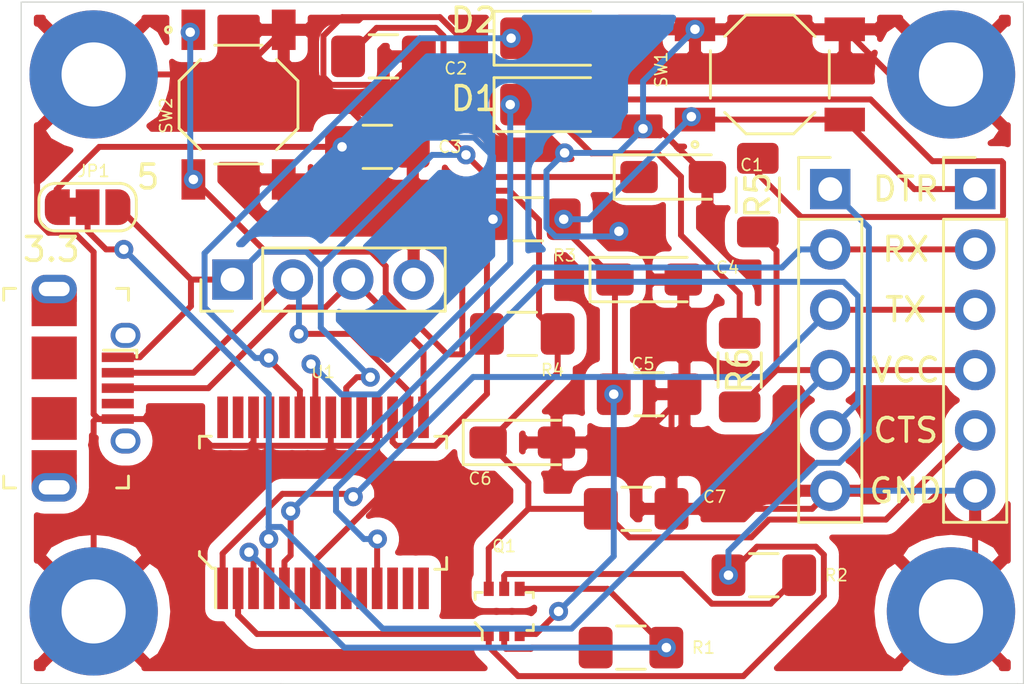
<source format=kicad_pcb>
(kicad_pcb (version 20171130) (host pcbnew 5.99.0+really5.1.10+dfsg1-1)

  (general
    (thickness 1.6)
    (drawings 7)
    (tracks 309)
    (zones 0)
    (modules 28)
    (nets 32)
  )

  (page A4)
  (layers
    (0 F.Cu signal)
    (31 B.Cu signal)
    (32 B.Adhes user)
    (33 F.Adhes user)
    (34 B.Paste user)
    (35 F.Paste user)
    (36 B.SilkS user)
    (37 F.SilkS user)
    (38 B.Mask user)
    (39 F.Mask user)
    (40 Dwgs.User user)
    (41 Cmts.User user)
    (42 Eco1.User user)
    (43 Eco2.User user)
    (44 Edge.Cuts user)
    (45 Margin user)
    (46 B.CrtYd user)
    (47 F.CrtYd user)
    (48 B.Fab user)
    (49 F.Fab user)
  )

  (setup
    (last_trace_width 0.25)
    (trace_clearance 0.2)
    (zone_clearance 0.508)
    (zone_45_only no)
    (trace_min 0.2)
    (via_size 0.8)
    (via_drill 0.4)
    (via_min_size 0.4)
    (via_min_drill 0.3)
    (uvia_size 0.3)
    (uvia_drill 0.1)
    (uvias_allowed no)
    (uvia_min_size 0.2)
    (uvia_min_drill 0.1)
    (edge_width 0.05)
    (segment_width 0.2)
    (pcb_text_width 0.3)
    (pcb_text_size 1.5 1.5)
    (mod_edge_width 0.12)
    (mod_text_size 1 1)
    (mod_text_width 0.15)
    (pad_size 1.524 1.524)
    (pad_drill 0.762)
    (pad_to_mask_clearance 0.05)
    (aux_axis_origin 0 0)
    (visible_elements FFFFFF7F)
    (pcbplotparams
      (layerselection 0x010fc_ffffffff)
      (usegerberextensions false)
      (usegerberattributes true)
      (usegerberadvancedattributes true)
      (creategerberjobfile true)
      (excludeedgelayer true)
      (linewidth 0.100000)
      (plotframeref false)
      (viasonmask false)
      (mode 1)
      (useauxorigin false)
      (hpglpennumber 1)
      (hpglpenspeed 20)
      (hpglpendiameter 15.000000)
      (psnegative false)
      (psa4output false)
      (plotreference true)
      (plotvalue true)
      (plotinvisibletext false)
      (padsonsilk false)
      (subtractmaskfromsilk false)
      (outputformat 1)
      (mirror false)
      (drillshape 1)
      (scaleselection 1)
      (outputdirectory ""))
  )

  (net 0 "")
  (net 1 GND)
  (net 2 +5V)
  (net 3 +3V3)
  (net 4 RST)
  (net 5 GPIO0)
  (net 6 RXLED)
  (net 7 TXLED)
  (net 8 "Net-(J1-Pad4)")
  (net 9 D+)
  (net 10 D-)
  (net 11 CTS)
  (net 12 PWR_IO)
  (net 13 TXO)
  (net 14 RXI)
  (net 15 DTR)
  (net 16 "Net-(Q1-Pad2)")
  (net 17 RTS)
  (net 18 "Net-(Q1-Pad5)")
  (net 19 "Net-(U1-Pad28)")
  (net 20 "Net-(U1-Pad27)")
  (net 21 "Net-(U1-Pad24)")
  (net 22 "Net-(U1-Pad19)")
  (net 23 "Net-(U1-Pad14)")
  (net 24 "Net-(U1-Pad13)")
  (net 25 "Net-(U1-Pad12)")
  (net 26 "Net-(U1-Pad10)")
  (net 27 "Net-(U1-Pad9)")
  (net 28 "Net-(U1-Pad8)")
  (net 29 "Net-(U1-Pad6)")
  (net 30 "Net-(D1-Pad2)")
  (net 31 "Net-(D2-Pad2)")

  (net_class Default "This is the default net class."
    (clearance 0.2)
    (trace_width 0.25)
    (via_dia 0.8)
    (via_drill 0.4)
    (uvia_dia 0.3)
    (uvia_drill 0.1)
    (add_net +3V3)
    (add_net +5V)
    (add_net CTS)
    (add_net D+)
    (add_net D-)
    (add_net DTR)
    (add_net GND)
    (add_net GPIO0)
    (add_net "Net-(D1-Pad2)")
    (add_net "Net-(D2-Pad2)")
    (add_net "Net-(J1-Pad4)")
    (add_net "Net-(Q1-Pad2)")
    (add_net "Net-(Q1-Pad5)")
    (add_net "Net-(U1-Pad10)")
    (add_net "Net-(U1-Pad12)")
    (add_net "Net-(U1-Pad13)")
    (add_net "Net-(U1-Pad14)")
    (add_net "Net-(U1-Pad19)")
    (add_net "Net-(U1-Pad24)")
    (add_net "Net-(U1-Pad27)")
    (add_net "Net-(U1-Pad28)")
    (add_net "Net-(U1-Pad6)")
    (add_net "Net-(U1-Pad8)")
    (add_net "Net-(U1-Pad9)")
    (add_net PWR_IO)
    (add_net RST)
    (add_net RTS)
    (add_net RXI)
    (add_net RXLED)
    (add_net TXLED)
    (add_net TXO)
  )

  (module Resistor_SMD:R_1206_3216Metric_Pad1.30x1.75mm_HandSolder (layer F.Cu) (tedit 5F68FEEE) (tstamp 60F132EB)
    (at 214.884 103.632 90)
    (descr "Resistor SMD 1206 (3216 Metric), square (rectangular) end terminal, IPC_7351 nominal with elongated pad for handsoldering. (Body size source: IPC-SM-782 page 72, https://www.pcb-3d.com/wordpress/wp-content/uploads/ipc-sm-782a_amendment_1_and_2.pdf), generated with kicad-footprint-generator")
    (tags "resistor handsolder")
    (path /60F5FD63)
    (attr smd)
    (fp_text reference R6 (at 0 0 90) (layer F.SilkS)
      (effects (font (size 1 1) (thickness 0.15)))
    )
    (fp_text value 270 (at 0 1.82 90) (layer F.Fab) hide
      (effects (font (size 1 1) (thickness 0.15)))
    )
    (fp_line (start -1.6 0.8) (end -1.6 -0.8) (layer F.Fab) (width 0.1))
    (fp_line (start -1.6 -0.8) (end 1.6 -0.8) (layer F.Fab) (width 0.1))
    (fp_line (start 1.6 -0.8) (end 1.6 0.8) (layer F.Fab) (width 0.1))
    (fp_line (start 1.6 0.8) (end -1.6 0.8) (layer F.Fab) (width 0.1))
    (fp_line (start -0.727064 -0.91) (end 0.727064 -0.91) (layer F.SilkS) (width 0.12))
    (fp_line (start -0.727064 0.91) (end 0.727064 0.91) (layer F.SilkS) (width 0.12))
    (fp_line (start -2.45 1.12) (end -2.45 -1.12) (layer F.CrtYd) (width 0.05))
    (fp_line (start -2.45 -1.12) (end 2.45 -1.12) (layer F.CrtYd) (width 0.05))
    (fp_line (start 2.45 -1.12) (end 2.45 1.12) (layer F.CrtYd) (width 0.05))
    (fp_line (start 2.45 1.12) (end -2.45 1.12) (layer F.CrtYd) (width 0.05))
    (fp_text user %R (at 0 0 90) (layer F.Fab) hide
      (effects (font (size 0.8 0.8) (thickness 0.12)))
    )
    (pad 1 smd roundrect (at -1.55 0 90) (size 1.3 1.75) (layers F.Cu F.Paste F.Mask) (roundrect_rratio 0.192308)
      (net 12 PWR_IO))
    (pad 2 smd roundrect (at 1.55 0 90) (size 1.3 1.75) (layers F.Cu F.Paste F.Mask) (roundrect_rratio 0.192308)
      (net 31 "Net-(D2-Pad2)"))
    (model ${KISYS3DMOD}/Resistor_SMD.3dshapes/R_1206_3216Metric.wrl
      (at (xyz 0 0 0))
      (scale (xyz 1 1 1))
      (rotate (xyz 0 0 0))
    )
  )

  (module Resistor_SMD:R_1206_3216Metric_Pad1.30x1.75mm_HandSolder (layer F.Cu) (tedit 5F68FEEE) (tstamp 60F132DA)
    (at 215.646 96.266 90)
    (descr "Resistor SMD 1206 (3216 Metric), square (rectangular) end terminal, IPC_7351 nominal with elongated pad for handsoldering. (Body size source: IPC-SM-782 page 72, https://www.pcb-3d.com/wordpress/wp-content/uploads/ipc-sm-782a_amendment_1_and_2.pdf), generated with kicad-footprint-generator")
    (tags "resistor handsolder")
    (path /60F57ED2)
    (attr smd)
    (fp_text reference R5 (at 0 0 90) (layer F.SilkS)
      (effects (font (size 1 1) (thickness 0.15)))
    )
    (fp_text value 270 (at 0 1.82 90) (layer F.Fab) hide
      (effects (font (size 1 1) (thickness 0.15)))
    )
    (fp_line (start -1.6 0.8) (end -1.6 -0.8) (layer F.Fab) (width 0.1))
    (fp_line (start -1.6 -0.8) (end 1.6 -0.8) (layer F.Fab) (width 0.1))
    (fp_line (start 1.6 -0.8) (end 1.6 0.8) (layer F.Fab) (width 0.1))
    (fp_line (start 1.6 0.8) (end -1.6 0.8) (layer F.Fab) (width 0.1))
    (fp_line (start -0.727064 -0.91) (end 0.727064 -0.91) (layer F.SilkS) (width 0.12))
    (fp_line (start -0.727064 0.91) (end 0.727064 0.91) (layer F.SilkS) (width 0.12))
    (fp_line (start -2.45 1.12) (end -2.45 -1.12) (layer F.CrtYd) (width 0.05))
    (fp_line (start -2.45 -1.12) (end 2.45 -1.12) (layer F.CrtYd) (width 0.05))
    (fp_line (start 2.45 -1.12) (end 2.45 1.12) (layer F.CrtYd) (width 0.05))
    (fp_line (start 2.45 1.12) (end -2.45 1.12) (layer F.CrtYd) (width 0.05))
    (fp_text user %R (at 0 0 90) (layer F.Fab) hide
      (effects (font (size 0.8 0.8) (thickness 0.12)))
    )
    (pad 1 smd roundrect (at -1.55 0 90) (size 1.3 1.75) (layers F.Cu F.Paste F.Mask) (roundrect_rratio 0.192308)
      (net 12 PWR_IO))
    (pad 2 smd roundrect (at 1.55 0 90) (size 1.3 1.75) (layers F.Cu F.Paste F.Mask) (roundrect_rratio 0.192308)
      (net 30 "Net-(D1-Pad2)"))
    (model ${KISYS3DMOD}/Resistor_SMD.3dshapes/R_1206_3216Metric.wrl
      (at (xyz 0 0 0))
      (scale (xyz 1 1 1))
      (rotate (xyz 0 0 0))
    )
  )

  (module LED_SMD:LED_1206_3216Metric_Pad1.42x1.75mm_HandSolder (layer F.Cu) (tedit 5F68FEF1) (tstamp 60F1286B)
    (at 207.01 89.662)
    (descr "LED SMD 1206 (3216 Metric), square (rectangular) end terminal, IPC_7351 nominal, (Body size source: http://www.tortai-tech.com/upload/download/2011102023233369053.pdf), generated with kicad-footprint-generator")
    (tags "LED handsolder")
    (path /611EDE91)
    (attr smd)
    (fp_text reference D2 (at -3.302 -0.762) (layer F.SilkS)
      (effects (font (size 1 1) (thickness 0.15)))
    )
    (fp_text value LED (at 0 1.82) (layer F.Fab) hide
      (effects (font (size 1 1) (thickness 0.15)))
    )
    (fp_line (start 1.6 -0.8) (end -1.2 -0.8) (layer F.Fab) (width 0.1))
    (fp_line (start -1.2 -0.8) (end -1.6 -0.4) (layer F.Fab) (width 0.1))
    (fp_line (start -1.6 -0.4) (end -1.6 0.8) (layer F.Fab) (width 0.1))
    (fp_line (start -1.6 0.8) (end 1.6 0.8) (layer F.Fab) (width 0.1))
    (fp_line (start 1.6 0.8) (end 1.6 -0.8) (layer F.Fab) (width 0.1))
    (fp_line (start 1.6 -1.135) (end -2.46 -1.135) (layer F.SilkS) (width 0.12))
    (fp_line (start -2.46 -1.135) (end -2.46 1.135) (layer F.SilkS) (width 0.12))
    (fp_line (start -2.46 1.135) (end 1.6 1.135) (layer F.SilkS) (width 0.12))
    (fp_line (start -2.45 1.12) (end -2.45 -1.12) (layer F.CrtYd) (width 0.05))
    (fp_line (start -2.45 -1.12) (end 2.45 -1.12) (layer F.CrtYd) (width 0.05))
    (fp_line (start 2.45 -1.12) (end 2.45 1.12) (layer F.CrtYd) (width 0.05))
    (fp_line (start 2.45 1.12) (end -2.45 1.12) (layer F.CrtYd) (width 0.05))
    (fp_text user %R (at 0 0) (layer F.Fab) hide
      (effects (font (size 0.8 0.8) (thickness 0.12)))
    )
    (pad 1 smd roundrect (at -1.4875 0) (size 1.425 1.75) (layers F.Cu F.Paste F.Mask) (roundrect_rratio 0.175439)
      (net 7 TXLED))
    (pad 2 smd roundrect (at 1.4875 0) (size 1.425 1.75) (layers F.Cu F.Paste F.Mask) (roundrect_rratio 0.175439)
      (net 31 "Net-(D2-Pad2)"))
    (model ${KISYS3DMOD}/LED_SMD.3dshapes/LED_1206_3216Metric.wrl
      (at (xyz 0 0 0))
      (scale (xyz 1 1 1))
      (rotate (xyz 0 0 0))
    )
  )

  (module LED_SMD:LED_1206_3216Metric_Pad1.42x1.75mm_HandSolder (layer F.Cu) (tedit 5F68FEF1) (tstamp 60F12858)
    (at 207.01 92.456)
    (descr "LED SMD 1206 (3216 Metric), square (rectangular) end terminal, IPC_7351 nominal, (Body size source: http://www.tortai-tech.com/upload/download/2011102023233369053.pdf), generated with kicad-footprint-generator")
    (tags "LED handsolder")
    (path /611EC1D4)
    (attr smd)
    (fp_text reference D1 (at -3.302 -0.254) (layer F.SilkS)
      (effects (font (size 1 1) (thickness 0.15)))
    )
    (fp_text value LED (at 0 1.82) (layer F.Fab) hide
      (effects (font (size 1 1) (thickness 0.15)))
    )
    (fp_line (start 1.6 -0.8) (end -1.2 -0.8) (layer F.Fab) (width 0.1))
    (fp_line (start -1.2 -0.8) (end -1.6 -0.4) (layer F.Fab) (width 0.1))
    (fp_line (start -1.6 -0.4) (end -1.6 0.8) (layer F.Fab) (width 0.1))
    (fp_line (start -1.6 0.8) (end 1.6 0.8) (layer F.Fab) (width 0.1))
    (fp_line (start 1.6 0.8) (end 1.6 -0.8) (layer F.Fab) (width 0.1))
    (fp_line (start 1.6 -1.135) (end -2.46 -1.135) (layer F.SilkS) (width 0.12))
    (fp_line (start -2.46 -1.135) (end -2.46 1.135) (layer F.SilkS) (width 0.12))
    (fp_line (start -2.46 1.135) (end 1.6 1.135) (layer F.SilkS) (width 0.12))
    (fp_line (start -2.45 1.12) (end -2.45 -1.12) (layer F.CrtYd) (width 0.05))
    (fp_line (start -2.45 -1.12) (end 2.45 -1.12) (layer F.CrtYd) (width 0.05))
    (fp_line (start 2.45 -1.12) (end 2.45 1.12) (layer F.CrtYd) (width 0.05))
    (fp_line (start 2.45 1.12) (end -2.45 1.12) (layer F.CrtYd) (width 0.05))
    (fp_text user %R (at 0 0) (layer F.Fab) hide
      (effects (font (size 0.8 0.8) (thickness 0.12)))
    )
    (pad 1 smd roundrect (at -1.4875 0) (size 1.425 1.75) (layers F.Cu F.Paste F.Mask) (roundrect_rratio 0.175439)
      (net 6 RXLED))
    (pad 2 smd roundrect (at 1.4875 0) (size 1.425 1.75) (layers F.Cu F.Paste F.Mask) (roundrect_rratio 0.175439)
      (net 30 "Net-(D1-Pad2)"))
    (model ${KISYS3DMOD}/LED_SMD.3dshapes/LED_1206_3216Metric.wrl
      (at (xyz 0 0 0))
      (scale (xyz 1 1 1))
      (rotate (xyz 0 0 0))
    )
  )

  (module digikey-footprints:SSOP-28_W5.30mm (layer F.Cu) (tedit 5D28A6AD) (tstamp 609B54E3)
    (at 197.358 109.22)
    (path /611A732D)
    (attr smd)
    (fp_text reference U1 (at 0 -5.51) (layer F.SilkS)
      (effects (font (size 0.5 0.5) (thickness 0.07)))
    )
    (fp_text value FT232RL-REEL (at 0 5.8) (layer F.Fab)
      (effects (font (size 0.5 0.5) (thickness 0.07)))
    )
    (fp_line (start -5.1 -2.65) (end 5.1 -2.65) (layer F.Fab) (width 0.15))
    (fp_line (start 5.1 -2.65) (end 5.1 2.65) (layer F.Fab) (width 0.15))
    (fp_line (start 5.2 2.8) (end 4.7 2.8) (layer F.SilkS) (width 0.12))
    (fp_line (start 5.2 2.8) (end 5.2 2.3) (layer F.SilkS) (width 0.12))
    (fp_line (start 5.2 -2.8) (end 4.7 -2.8) (layer F.SilkS) (width 0.12))
    (fp_line (start 5.2 -2.8) (end 5.2 -2.3) (layer F.SilkS) (width 0.12))
    (fp_line (start -5.2 -2.8) (end -4.7 -2.8) (layer F.SilkS) (width 0.12))
    (fp_line (start -5.2 -2.8) (end -5.2 -2.3) (layer F.SilkS) (width 0.12))
    (fp_line (start -5.1 2.175) (end -4.625 2.65) (layer F.Fab) (width 0.15))
    (fp_line (start -5.1 2.175) (end -5.1 -2.65) (layer F.Fab) (width 0.15))
    (fp_line (start -4.625 2.65) (end 5.1 2.65) (layer F.Fab) (width 0.15))
    (fp_line (start -4.525 2.75) (end -4.525 4.425) (layer F.SilkS) (width 0.12))
    (fp_line (start -4.675 2.75) (end -4.525 2.75) (layer F.SilkS) (width 0.12))
    (fp_line (start -5.2 2.225) (end -4.675 2.75) (layer F.SilkS) (width 0.12))
    (fp_line (start -5.2 2.05) (end -5.2 2.225) (layer F.SilkS) (width 0.12))
    (fp_line (start -5.35 -4.73) (end 5.35 -4.73) (layer F.CrtYd) (width 0.05))
    (fp_line (start 5.35 -4.73) (end 5.35 4.73) (layer F.CrtYd) (width 0.05))
    (fp_line (start -5.35 4.73) (end 5.35 4.73) (layer F.CrtYd) (width 0.05))
    (fp_line (start -5.35 -4.73) (end -5.35 4.73) (layer F.CrtYd) (width 0.05))
    (fp_text user %R (at 0 0) (layer F.Fab)
      (effects (font (size 0.5 0.5) (thickness 0.07)))
    )
    (pad 28 smd rect (at -4.225 -3.6) (size 0.45 1.75) (layers F.Cu F.Paste F.Mask)
      (net 19 "Net-(U1-Pad28)"))
    (pad 27 smd rect (at -3.575 -3.6) (size 0.45 1.75) (layers F.Cu F.Paste F.Mask)
      (net 20 "Net-(U1-Pad27)"))
    (pad 26 smd rect (at -2.925 -3.6) (size 0.45 1.75) (layers F.Cu F.Paste F.Mask)
      (net 1 GND))
    (pad 25 smd rect (at -2.275 -3.6) (size 0.45 1.75) (layers F.Cu F.Paste F.Mask)
      (net 1 GND))
    (pad 24 smd rect (at -1.625 -3.6) (size 0.45 1.75) (layers F.Cu F.Paste F.Mask)
      (net 21 "Net-(U1-Pad24)"))
    (pad 23 smd rect (at -0.975 -3.6) (size 0.45 1.75) (layers F.Cu F.Paste F.Mask)
      (net 7 TXLED))
    (pad 22 smd rect (at -0.325 -3.6) (size 0.45 1.75) (layers F.Cu F.Paste F.Mask)
      (net 6 RXLED))
    (pad 21 smd rect (at 0.325 -3.6) (size 0.45 1.75) (layers F.Cu F.Paste F.Mask)
      (net 1 GND))
    (pad 20 smd rect (at 0.975 -3.6) (size 0.45 1.75) (layers F.Cu F.Paste F.Mask)
      (net 2 +5V))
    (pad 19 smd rect (at 1.625 -3.6) (size 0.45 1.75) (layers F.Cu F.Paste F.Mask)
      (net 22 "Net-(U1-Pad19)"))
    (pad 18 smd rect (at 2.275 -3.6) (size 0.45 1.75) (layers F.Cu F.Paste F.Mask)
      (net 1 GND))
    (pad 17 smd rect (at 2.925 -3.6) (size 0.45 1.75) (layers F.Cu F.Paste F.Mask)
      (net 3 +3V3))
    (pad 16 smd rect (at 3.575 -3.6) (size 0.45 1.75) (layers F.Cu F.Paste F.Mask)
      (net 10 D-))
    (pad 15 smd rect (at 4.225 -3.6) (size 0.45 1.75) (layers F.Cu F.Paste F.Mask)
      (net 9 D+))
    (pad 14 smd rect (at 4.225 3.6) (size 0.45 1.75) (layers F.Cu F.Paste F.Mask)
      (net 23 "Net-(U1-Pad14)"))
    (pad 13 smd rect (at 3.575 3.6) (size 0.45 1.75) (layers F.Cu F.Paste F.Mask)
      (net 24 "Net-(U1-Pad13)"))
    (pad 12 smd rect (at 2.925 3.6) (size 0.45 1.75) (layers F.Cu F.Paste F.Mask)
      (net 25 "Net-(U1-Pad12)"))
    (pad 11 smd rect (at 2.275 3.6) (size 0.45 1.75) (layers F.Cu F.Paste F.Mask)
      (net 11 CTS))
    (pad 10 smd rect (at 1.625 3.6) (size 0.45 1.75) (layers F.Cu F.Paste F.Mask)
      (net 26 "Net-(U1-Pad10)"))
    (pad 9 smd rect (at 0.975 3.6) (size 0.45 1.75) (layers F.Cu F.Paste F.Mask)
      (net 27 "Net-(U1-Pad9)"))
    (pad 8 smd rect (at 0.325 3.6) (size 0.45 1.75) (layers F.Cu F.Paste F.Mask)
      (net 28 "Net-(U1-Pad8)"))
    (pad 7 smd rect (at -0.325 3.6) (size 0.45 1.75) (layers F.Cu F.Paste F.Mask)
      (net 1 GND))
    (pad 6 smd rect (at -0.975 3.6) (size 0.45 1.75) (layers F.Cu F.Paste F.Mask)
      (net 29 "Net-(U1-Pad6)"))
    (pad 5 smd rect (at -1.625 3.6) (size 0.45 1.75) (layers F.Cu F.Paste F.Mask)
      (net 14 RXI))
    (pad 4 smd rect (at -2.275 3.6) (size 0.45 1.75) (layers F.Cu F.Paste F.Mask)
      (net 12 PWR_IO))
    (pad 3 smd rect (at -2.925 3.6) (size 0.45 1.75) (layers F.Cu F.Paste F.Mask)
      (net 17 RTS))
    (pad 2 smd rect (at -3.575 3.6) (size 0.45 1.75) (layers F.Cu F.Paste F.Mask)
      (net 15 DTR))
    (pad 1 smd rect (at -4.225 3.6) (size 0.45 1.75) (layers F.Cu F.Paste F.Mask)
      (net 13 TXO))
  )

  (module ESP_Programmer:E-Switch-TL3342F160QG-0 (layer F.Cu) (tedit 5EF171BC) (tstamp 609B54AF)
    (at 193.802 92.456)
    (path /61251A41)
    (fp_text reference SW2 (at -3.048 1.27 270) (layer F.SilkS)
      (effects (font (size 0.5 0.5) (thickness 0.07)) (justify left))
    )
    (fp_text value SW_SPST_SM_DP (at 0 0) (layer F.SilkS) hide
      (effects (font (size 0.5 0.5) (thickness 0.07)))
    )
    (fp_line (start 2.500002 2.499999) (end -2.499998 2.499999) (layer F.Fab) (width 0.15))
    (fp_line (start 2.500002 -2.500001) (end 2.500002 2.499999) (layer F.Fab) (width 0.15))
    (fp_line (start -2.499998 -2.500001) (end 2.500002 -2.500001) (layer F.Fab) (width 0.15))
    (fp_line (start -2.499998 2.499999) (end -2.499998 -2.500001) (layer F.Fab) (width 0.15))
    (fp_line (start 2.525002 4.024998) (end 2.525002 -4.025) (layer F.CrtYd) (width 0.05))
    (fp_line (start -2.524996 4.024998) (end 2.525002 4.024998) (layer F.CrtYd) (width 0.05))
    (fp_line (start -2.524996 -4.025) (end -2.524996 4.024998) (layer F.CrtYd) (width 0.05))
    (fp_line (start 2.525002 -4.025) (end -2.524996 -4.025) (layer F.CrtYd) (width 0.05))
    (fp_line (start 2.525002 -4.025) (end 2.525002 -4.025) (layer F.CrtYd) (width 0.05))
    (fp_line (start -2.499998 -1.000003) (end -1.599997 -1.900001) (layer F.SilkS) (width 0.12))
    (fp_line (start -2.499998 0.999998) (end -1.599997 1.899996) (layer F.SilkS) (width 0.12))
    (fp_line (start 1.600002 1.899996) (end 2.500003 0.999998) (layer F.SilkS) (width 0.12))
    (fp_line (start 1.600002 -1.900001) (end 2.500003 -1.000003) (layer F.SilkS) (width 0.12))
    (fp_line (start -0.999998 -2.500003) (end 1.000003 -2.500003) (layer F.SilkS) (width 0.12))
    (fp_line (start 2.500003 0.999998) (end 2.500003 -1.000003) (layer F.SilkS) (width 0.12))
    (fp_line (start -2.499998 0.999998) (end -2.499998 -1.000003) (layer F.SilkS) (width 0.12))
    (fp_line (start -0.999998 2.499998) (end 1.000003 2.499998) (layer F.SilkS) (width 0.12))
    (fp_circle (center -2.949997 -3.150001) (end -2.824996 -3.150001) (layer F.SilkS) (width 0.12))
    (pad 4 smd rect (at 1.900001 3.149996 90) (size 1.699999 1.000001) (layers F.Cu F.Paste F.Mask)
      (net 1 GND))
    (pad 3 smd rect (at 1.900001 -3.150001 90) (size 1.699999 1.000001) (layers F.Cu F.Paste F.Mask)
      (net 1 GND))
    (pad 2 smd rect (at -1.899996 3.149996 90) (size 1.699999 1.000001) (layers F.Cu F.Paste F.Mask)
      (net 5 GPIO0))
    (pad 1 smd rect (at -1.899996 -3.150001 90) (size 1.699999 1.000001) (layers F.Cu F.Paste F.Mask)
      (net 5 GPIO0))
  )

  (module ESP_Programmer:E-Switch-TL3342F160QG-0 (layer F.Cu) (tedit 5EF171BC) (tstamp 609B5495)
    (at 216.154 91.186 90)
    (path /612507FA)
    (fp_text reference SW1 (at 1.016 -4.572 90) (layer F.SilkS)
      (effects (font (size 0.5 0.5) (thickness 0.07)) (justify right))
    )
    (fp_text value SW_SPST_SM_DP (at 0 0 90) (layer F.SilkS) hide
      (effects (font (size 0.5 0.5) (thickness 0.07)))
    )
    (fp_line (start 2.500002 2.499999) (end -2.499998 2.499999) (layer F.Fab) (width 0.15))
    (fp_line (start 2.500002 -2.500001) (end 2.500002 2.499999) (layer F.Fab) (width 0.15))
    (fp_line (start -2.499998 -2.500001) (end 2.500002 -2.500001) (layer F.Fab) (width 0.15))
    (fp_line (start -2.499998 2.499999) (end -2.499998 -2.500001) (layer F.Fab) (width 0.15))
    (fp_line (start 2.525002 4.024998) (end 2.525002 -4.025) (layer F.CrtYd) (width 0.05))
    (fp_line (start -2.524996 4.024998) (end 2.525002 4.024998) (layer F.CrtYd) (width 0.05))
    (fp_line (start -2.524996 -4.025) (end -2.524996 4.024998) (layer F.CrtYd) (width 0.05))
    (fp_line (start 2.525002 -4.025) (end -2.524996 -4.025) (layer F.CrtYd) (width 0.05))
    (fp_line (start 2.525002 -4.025) (end 2.525002 -4.025) (layer F.CrtYd) (width 0.05))
    (fp_line (start -2.499998 -1.000003) (end -1.599997 -1.900001) (layer F.SilkS) (width 0.12))
    (fp_line (start -2.499998 0.999998) (end -1.599997 1.899996) (layer F.SilkS) (width 0.12))
    (fp_line (start 1.600002 1.899996) (end 2.500003 0.999998) (layer F.SilkS) (width 0.12))
    (fp_line (start 1.600002 -1.900001) (end 2.500003 -1.000003) (layer F.SilkS) (width 0.12))
    (fp_line (start -0.999998 -2.500003) (end 1.000003 -2.500003) (layer F.SilkS) (width 0.12))
    (fp_line (start 2.500003 0.999998) (end 2.500003 -1.000003) (layer F.SilkS) (width 0.12))
    (fp_line (start -2.499998 0.999998) (end -2.499998 -1.000003) (layer F.SilkS) (width 0.12))
    (fp_line (start -0.999998 2.499998) (end 1.000003 2.499998) (layer F.SilkS) (width 0.12))
    (fp_circle (center -2.949997 -3.150001) (end -2.824996 -3.150001) (layer F.SilkS) (width 0.12))
    (pad 4 smd rect (at 1.900001 3.149996 180) (size 1.699999 1.000001) (layers F.Cu F.Paste F.Mask)
      (net 1 GND))
    (pad 3 smd rect (at 1.900001 -3.150001 180) (size 1.699999 1.000001) (layers F.Cu F.Paste F.Mask)
      (net 1 GND))
    (pad 2 smd rect (at -1.899996 3.149996 180) (size 1.699999 1.000001) (layers F.Cu F.Paste F.Mask)
      (net 4 RST))
    (pad 1 smd rect (at -1.899996 -3.150001 180) (size 1.699999 1.000001) (layers F.Cu F.Paste F.Mask)
      (net 4 RST))
  )

  (module Resistor_SMD:R_1206_3216Metric_Pad1.42x1.75mm_HandSolder (layer F.Cu) (tedit 5B301BBD) (tstamp 609B547B)
    (at 205.74 102.108)
    (descr "Resistor SMD 1206 (3216 Metric), square (rectangular) end terminal, IPC_7351 nominal with elongated pad for handsoldering. (Body size source: http://www.tortai-tech.com/upload/download/2011102023233369053.pdf), generated with kicad-footprint-generator")
    (tags "resistor handsolder")
    (path /6131EF53)
    (attr smd)
    (fp_text reference R4 (at 1.27 1.524) (layer F.SilkS)
      (effects (font (size 0.5 0.5) (thickness 0.07)))
    )
    (fp_text value 10k (at -1.778 1.524) (layer F.Fab)
      (effects (font (size 0.5 0.5) (thickness 0.07)))
    )
    (fp_line (start 2.45 1.12) (end -2.45 1.12) (layer F.CrtYd) (width 0.05))
    (fp_line (start 2.45 -1.12) (end 2.45 1.12) (layer F.CrtYd) (width 0.05))
    (fp_line (start -2.45 -1.12) (end 2.45 -1.12) (layer F.CrtYd) (width 0.05))
    (fp_line (start -2.45 1.12) (end -2.45 -1.12) (layer F.CrtYd) (width 0.05))
    (fp_line (start -0.602064 0.91) (end 0.602064 0.91) (layer F.SilkS) (width 0.12))
    (fp_line (start -0.602064 -0.91) (end 0.602064 -0.91) (layer F.SilkS) (width 0.12))
    (fp_line (start 1.6 0.8) (end -1.6 0.8) (layer F.Fab) (width 0.15))
    (fp_line (start 1.6 -0.8) (end 1.6 0.8) (layer F.Fab) (width 0.15))
    (fp_line (start -1.6 -0.8) (end 1.6 -0.8) (layer F.Fab) (width 0.15))
    (fp_line (start -1.6 0.8) (end -1.6 -0.8) (layer F.Fab) (width 0.15))
    (fp_text user %R (at 0 0) (layer F.Fab) hide
      (effects (font (size 0.5 0.5) (thickness 0.07)))
    )
    (pad 2 smd roundrect (at 1.4875 0) (size 1.425 1.75) (layers F.Cu F.Paste F.Mask) (roundrect_rratio 0.175439)
      (net 5 GPIO0))
    (pad 1 smd roundrect (at -1.4875 0) (size 1.425 1.75) (layers F.Cu F.Paste F.Mask) (roundrect_rratio 0.175439)
      (net 3 +3V3))
    (model ${KISYS3DMOD}/Resistor_SMD.3dshapes/R_1206_3216Metric.wrl
      (at (xyz 0 0 0))
      (scale (xyz 1 1 1))
      (rotate (xyz 0 0 0))
    )
  )

  (module Resistor_SMD:R_1206_3216Metric_Pad1.42x1.75mm_HandSolder (layer F.Cu) (tedit 5B301BBD) (tstamp 609B546A)
    (at 205.994 97.282)
    (descr "Resistor SMD 1206 (3216 Metric), square (rectangular) end terminal, IPC_7351 nominal with elongated pad for handsoldering. (Body size source: http://www.tortai-tech.com/upload/download/2011102023233369053.pdf), generated with kicad-footprint-generator")
    (tags "resistor handsolder")
    (path /6132109A)
    (attr smd)
    (fp_text reference R3 (at 1.524 1.524) (layer F.SilkS)
      (effects (font (size 0.5 0.5) (thickness 0.07)))
    )
    (fp_text value 10k (at -1.524 1.524) (layer F.Fab)
      (effects (font (size 0.5 0.5) (thickness 0.07)))
    )
    (fp_line (start 2.45 1.12) (end -2.45 1.12) (layer F.CrtYd) (width 0.05))
    (fp_line (start 2.45 -1.12) (end 2.45 1.12) (layer F.CrtYd) (width 0.05))
    (fp_line (start -2.45 -1.12) (end 2.45 -1.12) (layer F.CrtYd) (width 0.05))
    (fp_line (start -2.45 1.12) (end -2.45 -1.12) (layer F.CrtYd) (width 0.05))
    (fp_line (start -0.602064 0.91) (end 0.602064 0.91) (layer F.SilkS) (width 0.12))
    (fp_line (start -0.602064 -0.91) (end 0.602064 -0.91) (layer F.SilkS) (width 0.12))
    (fp_line (start 1.6 0.8) (end -1.6 0.8) (layer F.Fab) (width 0.15))
    (fp_line (start 1.6 -0.8) (end 1.6 0.8) (layer F.Fab) (width 0.15))
    (fp_line (start -1.6 -0.8) (end 1.6 -0.8) (layer F.Fab) (width 0.15))
    (fp_line (start -1.6 0.8) (end -1.6 -0.8) (layer F.Fab) (width 0.15))
    (fp_text user %R (at 0 0) (layer F.Fab) hide
      (effects (font (size 0.5 0.5) (thickness 0.07)))
    )
    (pad 2 smd roundrect (at 1.4875 0) (size 1.425 1.75) (layers F.Cu F.Paste F.Mask) (roundrect_rratio 0.175439)
      (net 4 RST))
    (pad 1 smd roundrect (at -1.4875 0) (size 1.425 1.75) (layers F.Cu F.Paste F.Mask) (roundrect_rratio 0.175439)
      (net 3 +3V3))
    (model ${KISYS3DMOD}/Resistor_SMD.3dshapes/R_1206_3216Metric.wrl
      (at (xyz 0 0 0))
      (scale (xyz 1 1 1))
      (rotate (xyz 0 0 0))
    )
  )

  (module Resistor_SMD:R_1206_3216Metric_Pad1.42x1.75mm_HandSolder (layer F.Cu) (tedit 5B301BBD) (tstamp 609B5459)
    (at 215.9 112.268 180)
    (descr "Resistor SMD 1206 (3216 Metric), square (rectangular) end terminal, IPC_7351 nominal with elongated pad for handsoldering. (Body size source: http://www.tortai-tech.com/upload/download/2011102023233369053.pdf), generated with kicad-footprint-generator")
    (tags "resistor handsolder")
    (path /61216588)
    (attr smd)
    (fp_text reference R2 (at -3.048 0) (layer F.SilkS)
      (effects (font (size 0.5 0.5) (thickness 0.07)))
    )
    (fp_text value 10K (at -3.302 0.762) (layer F.Fab)
      (effects (font (size 0.5 0.5) (thickness 0.07)))
    )
    (fp_line (start 2.45 1.12) (end -2.45 1.12) (layer F.CrtYd) (width 0.05))
    (fp_line (start 2.45 -1.12) (end 2.45 1.12) (layer F.CrtYd) (width 0.05))
    (fp_line (start -2.45 -1.12) (end 2.45 -1.12) (layer F.CrtYd) (width 0.05))
    (fp_line (start -2.45 1.12) (end -2.45 -1.12) (layer F.CrtYd) (width 0.05))
    (fp_line (start -0.602064 0.91) (end 0.602064 0.91) (layer F.SilkS) (width 0.12))
    (fp_line (start -0.602064 -0.91) (end 0.602064 -0.91) (layer F.SilkS) (width 0.12))
    (fp_line (start 1.6 0.8) (end -1.6 0.8) (layer F.Fab) (width 0.15))
    (fp_line (start 1.6 -0.8) (end 1.6 0.8) (layer F.Fab) (width 0.15))
    (fp_line (start -1.6 -0.8) (end 1.6 -0.8) (layer F.Fab) (width 0.15))
    (fp_line (start -1.6 0.8) (end -1.6 -0.8) (layer F.Fab) (width 0.15))
    (fp_text user %R (at 0 0) (layer F.Fab)
      (effects (font (size 0.5 0.5) (thickness 0.07)))
    )
    (pad 2 smd roundrect (at 1.4875 0 180) (size 1.425 1.75) (layers F.Cu F.Paste F.Mask) (roundrect_rratio 0.175439)
      (net 15 DTR))
    (pad 1 smd roundrect (at -1.4875 0 180) (size 1.425 1.75) (layers F.Cu F.Paste F.Mask) (roundrect_rratio 0.175439)
      (net 18 "Net-(Q1-Pad5)"))
    (model ${KISYS3DMOD}/Resistor_SMD.3dshapes/R_1206_3216Metric.wrl
      (at (xyz 0 0 0))
      (scale (xyz 1 1 1))
      (rotate (xyz 0 0 0))
    )
  )

  (module Resistor_SMD:R_1206_3216Metric_Pad1.42x1.75mm_HandSolder (layer F.Cu) (tedit 5B301BBD) (tstamp 609B5448)
    (at 210.312 115.316 180)
    (descr "Resistor SMD 1206 (3216 Metric), square (rectangular) end terminal, IPC_7351 nominal with elongated pad for handsoldering. (Body size source: http://www.tortai-tech.com/upload/download/2011102023233369053.pdf), generated with kicad-footprint-generator")
    (tags "resistor handsolder")
    (path /612162EC)
    (attr smd)
    (fp_text reference R1 (at -3.048 0) (layer F.SilkS)
      (effects (font (size 0.5 0.5) (thickness 0.07)))
    )
    (fp_text value 10K (at -3.302 0.762) (layer F.Fab)
      (effects (font (size 0.5 0.5) (thickness 0.07)))
    )
    (fp_line (start 2.45 1.12) (end -2.45 1.12) (layer F.CrtYd) (width 0.05))
    (fp_line (start 2.45 -1.12) (end 2.45 1.12) (layer F.CrtYd) (width 0.05))
    (fp_line (start -2.45 -1.12) (end 2.45 -1.12) (layer F.CrtYd) (width 0.05))
    (fp_line (start -2.45 1.12) (end -2.45 -1.12) (layer F.CrtYd) (width 0.05))
    (fp_line (start -0.602064 0.91) (end 0.602064 0.91) (layer F.SilkS) (width 0.12))
    (fp_line (start -0.602064 -0.91) (end 0.602064 -0.91) (layer F.SilkS) (width 0.12))
    (fp_line (start 1.6 0.8) (end -1.6 0.8) (layer F.Fab) (width 0.15))
    (fp_line (start 1.6 -0.8) (end 1.6 0.8) (layer F.Fab) (width 0.15))
    (fp_line (start -1.6 -0.8) (end 1.6 -0.8) (layer F.Fab) (width 0.15))
    (fp_line (start -1.6 0.8) (end -1.6 -0.8) (layer F.Fab) (width 0.15))
    (fp_text user %R (at 0 0) (layer F.Fab) hide
      (effects (font (size 0.5 0.5) (thickness 0.07)))
    )
    (pad 2 smd roundrect (at 1.4875 0 180) (size 1.425 1.75) (layers F.Cu F.Paste F.Mask) (roundrect_rratio 0.175439)
      (net 16 "Net-(Q1-Pad2)"))
    (pad 1 smd roundrect (at -1.4875 0 180) (size 1.425 1.75) (layers F.Cu F.Paste F.Mask) (roundrect_rratio 0.175439)
      (net 17 RTS))
    (model ${KISYS3DMOD}/Resistor_SMD.3dshapes/R_1206_3216Metric.wrl
      (at (xyz 0 0 0))
      (scale (xyz 1 1 1))
      (rotate (xyz 0 0 0))
    )
  )

  (module digikey-footprints:SOT-363 (layer F.Cu) (tedit 5D28A631) (tstamp 609B5437)
    (at 204.978 113.792)
    (path /61214337)
    (attr smd)
    (fp_text reference Q1 (at 0 -2.75) (layer F.SilkS)
      (effects (font (size 0.5 0.5) (thickness 0.07)))
    )
    (fp_text value MBT3904DW1T1G (at 0 2.325) (layer F.Fab) hide
      (effects (font (size 0.5 0.5) (thickness 0.07)))
    )
    (fp_line (start -1.1 -0.675) (end 1.1 -0.675) (layer F.Fab) (width 0.15))
    (fp_line (start 1.1 -0.675) (end 1.1 0.675) (layer F.Fab) (width 0.15))
    (fp_line (start 1.225 -0.8) (end 1.225 -0.575) (layer F.SilkS) (width 0.12))
    (fp_line (start 0.925 -0.8) (end 1.225 -0.8) (layer F.SilkS) (width 0.12))
    (fp_line (start 1.225 0.8) (end 1.225 0.55) (layer F.SilkS) (width 0.12))
    (fp_line (start 0.95 0.8) (end 1.225 0.8) (layer F.SilkS) (width 0.12))
    (fp_line (start -1.225 -0.8) (end -1.225 -0.5) (layer F.SilkS) (width 0.12))
    (fp_line (start -0.925 -0.8) (end -1.225 -0.8) (layer F.SilkS) (width 0.12))
    (fp_line (start -1.1 0.425) (end -0.875 0.675) (layer F.Fab) (width 0.15))
    (fp_line (start -1.1 0.425) (end -1.1 -0.675) (layer F.Fab) (width 0.15))
    (fp_line (start -0.875 0.675) (end 1.1 0.675) (layer F.Fab) (width 0.15))
    (fp_line (start -0.925 0.8) (end -0.925 1.2) (layer F.SilkS) (width 0.12))
    (fp_line (start -1.225 0.475) (end -0.925 0.8) (layer F.SilkS) (width 0.12))
    (fp_line (start -1.4 -1.5) (end 1.4 -1.5) (layer F.CrtYd) (width 0.05))
    (fp_line (start 1.4 -1.5) (end 1.4 1.5) (layer F.CrtYd) (width 0.05))
    (fp_line (start 1.4 1.5) (end -1.4 1.5) (layer F.CrtYd) (width 0.05))
    (fp_line (start -1.4 1.5) (end -1.4 -1.5) (layer F.CrtYd) (width 0.05))
    (fp_text user %R (at -0.05 0.025) (layer F.Fab)
      (effects (font (size 0.5 0.5) (thickness 0.07)))
    )
    (pad 3 smd rect (at 0.65 0.95) (size 0.42 0.6) (layers F.Cu F.Paste F.Mask)
      (net 4 RST))
    (pad 2 smd rect (at 0 0.95) (size 0.42 0.6) (layers F.Cu F.Paste F.Mask)
      (net 16 "Net-(Q1-Pad2)"))
    (pad 1 smd rect (at -0.65 0.95) (size 0.42 0.6) (layers F.Cu F.Paste F.Mask)
      (net 15 DTR))
    (pad 4 smd rect (at 0.65 -0.95) (size 0.42 0.6) (layers F.Cu F.Paste F.Mask)
      (net 17 RTS))
    (pad 5 smd rect (at 0 -0.95) (size 0.42 0.6) (layers F.Cu F.Paste F.Mask)
      (net 18 "Net-(Q1-Pad5)"))
    (pad 6 smd rect (at -0.65 -0.95) (size 0.42 0.6) (layers F.Cu F.Paste F.Mask)
      (net 5 GPIO0))
  )

  (module Jumper:SolderJumper-3_P1.3mm_Bridged12_RoundedPad1.0x1.5mm_NumberLabels (layer F.Cu) (tedit 5C745336) (tstamp 609B541B)
    (at 187.452 96.774)
    (descr "SMD Solder 3-pad Jumper, 1x1.5mm rounded Pads, 0.3mm gap, pads 1-2 bridged with 1 copper strip, labeled with numbers")
    (tags "solder jumper open")
    (path /611DB0E5)
    (attr virtual)
    (fp_text reference JP1 (at 0.254 -1.524) (layer F.SilkS)
      (effects (font (size 0.5 0.5) (thickness 0.07)))
    )
    (fp_text value SolderJumper_3_Bridged12 (at 0 1.9) (layer F.Fab) hide
      (effects (font (size 0.5 0.5) (thickness 0.07)))
    )
    (fp_poly (pts (xy -0.9 -0.3) (xy -0.4 -0.3) (xy -0.4 0.3) (xy -0.9 0.3)) (layer F.Cu) (width 0.2))
    (fp_line (start 2.3 1.25) (end -2.3 1.25) (layer F.CrtYd) (width 0.05))
    (fp_line (start 2.3 1.25) (end 2.3 -1.25) (layer F.CrtYd) (width 0.05))
    (fp_line (start -2.3 -1.25) (end -2.3 1.25) (layer F.CrtYd) (width 0.05))
    (fp_line (start -2.3 -1.25) (end 2.3 -1.25) (layer F.CrtYd) (width 0.05))
    (fp_line (start -1.4 -1) (end 1.4 -1) (layer F.SilkS) (width 0.12))
    (fp_line (start 2.05 -0.3) (end 2.05 0.3) (layer F.SilkS) (width 0.12))
    (fp_line (start 1.4 1) (end -1.4 1) (layer F.SilkS) (width 0.12))
    (fp_line (start -2.05 0.3) (end -2.05 -0.3) (layer F.SilkS) (width 0.12))
    (fp_arc (start -1.35 -0.3) (end -1.35 -1) (angle -90) (layer F.SilkS) (width 0.12))
    (fp_arc (start -1.35 0.3) (end -2.05 0.3) (angle -90) (layer F.SilkS) (width 0.12))
    (fp_arc (start 1.35 0.3) (end 1.35 1) (angle -90) (layer F.SilkS) (width 0.12))
    (fp_arc (start 1.35 -0.3) (end 2.05 -0.3) (angle -90) (layer F.SilkS) (width 0.12))
    (fp_text user 3.3 (at -1.524 1.778) (layer F.SilkS)
      (effects (font (size 1 1) (thickness 0.15)))
    )
    (fp_text user 5 (at 2.54 -1.27) (layer F.SilkS)
      (effects (font (size 1 1) (thickness 0.15)))
    )
    (pad 1 smd custom (at -1.3 0) (size 1 0.5) (layers F.Cu F.Mask)
      (net 3 +3V3) (zone_connect 2)
      (options (clearance outline) (anchor rect))
      (primitives
        (gr_poly (pts
           (xy 0.55 -0.75) (xy 0 -0.75) (xy 0 0.75) (xy 0.55 0.75)) (width 0))
        (gr_circle (center 0 0.25) (end 0.5 0.25) (width 0))
        (gr_circle (center 0 -0.25) (end 0.5 -0.25) (width 0))
      ))
    (pad 2 smd rect (at 0 0) (size 1 1.5) (layers F.Cu F.Mask)
      (net 12 PWR_IO))
    (pad 3 smd custom (at 1.3 0) (size 1 0.5) (layers F.Cu F.Mask)
      (net 2 +5V) (zone_connect 2)
      (options (clearance outline) (anchor rect))
      (primitives
        (gr_circle (center 0 0.25) (end 0.5 0.25) (width 0))
        (gr_circle (center 0 -0.25) (end 0.5 -0.25) (width 0))
        (gr_poly (pts
           (xy -0.55 -0.75) (xy 0 -0.75) (xy 0 0.75) (xy -0.55 0.75)) (width 0))
      ))
  )

  (module Connector_PinHeader_2.54mm:PinHeader_1x06_P2.54mm_Vertical (layer F.Cu) (tedit 59FED5CC) (tstamp 609B5405)
    (at 224.79 96.012)
    (descr "Through hole straight pin header, 1x06, 2.54mm pitch, single row")
    (tags "Through hole pin header THT 1x06 2.54mm single row")
    (path /61205EE5)
    (fp_text reference J4 (at 0 -2.33) (layer F.SilkS) hide
      (effects (font (size 0.5 0.5) (thickness 0.07)))
    )
    (fp_text value ESP_PROG (at 1.524 10.922 90) (layer F.Fab)
      (effects (font (size 0.5 0.5) (thickness 0.07)))
    )
    (fp_line (start 1.8 -1.8) (end -1.8 -1.8) (layer F.CrtYd) (width 0.05))
    (fp_line (start 1.8 14.5) (end 1.8 -1.8) (layer F.CrtYd) (width 0.05))
    (fp_line (start -1.8 14.5) (end 1.8 14.5) (layer F.CrtYd) (width 0.05))
    (fp_line (start -1.8 -1.8) (end -1.8 14.5) (layer F.CrtYd) (width 0.05))
    (fp_line (start -1.33 -1.33) (end 0 -1.33) (layer F.SilkS) (width 0.12))
    (fp_line (start -1.33 0) (end -1.33 -1.33) (layer F.SilkS) (width 0.12))
    (fp_line (start -1.33 1.27) (end 1.33 1.27) (layer F.SilkS) (width 0.12))
    (fp_line (start 1.33 1.27) (end 1.33 14.03) (layer F.SilkS) (width 0.12))
    (fp_line (start -1.33 1.27) (end -1.33 14.03) (layer F.SilkS) (width 0.12))
    (fp_line (start -1.33 14.03) (end 1.33 14.03) (layer F.SilkS) (width 0.12))
    (fp_line (start -1.27 -0.635) (end -0.635 -1.27) (layer F.Fab) (width 0.15))
    (fp_line (start -1.27 13.97) (end -1.27 -0.635) (layer F.Fab) (width 0.15))
    (fp_line (start 1.27 13.97) (end -1.27 13.97) (layer F.Fab) (width 0.15))
    (fp_line (start 1.27 -1.27) (end 1.27 13.97) (layer F.Fab) (width 0.15))
    (fp_line (start -0.635 -1.27) (end 1.27 -1.27) (layer F.Fab) (width 0.15))
    (fp_text user %R (at 0 6.35 90) (layer F.Fab)
      (effects (font (size 0.5 0.5) (thickness 0.07)))
    )
    (pad 6 thru_hole oval (at 0 12.7) (size 1.7 1.7) (drill 1) (layers *.Cu *.Mask)
      (net 1 GND))
    (pad 5 thru_hole oval (at 0 10.16) (size 1.7 1.7) (drill 1) (layers *.Cu *.Mask)
      (net 5 GPIO0))
    (pad 4 thru_hole oval (at 0 7.62) (size 1.7 1.7) (drill 1) (layers *.Cu *.Mask)
      (net 12 PWR_IO))
    (pad 3 thru_hole oval (at 0 5.08) (size 1.7 1.7) (drill 1) (layers *.Cu *.Mask)
      (net 13 TXO))
    (pad 2 thru_hole oval (at 0 2.54) (size 1.7 1.7) (drill 1) (layers *.Cu *.Mask)
      (net 14 RXI))
    (pad 1 thru_hole rect (at 0 0) (size 1.7 1.7) (drill 1) (layers *.Cu *.Mask)
      (net 4 RST))
    (model ${KISYS3DMOD}/Connector_PinHeader_2.54mm.3dshapes/PinHeader_1x06_P2.54mm_Vertical.wrl
      (at (xyz 0 0 0))
      (scale (xyz 1 1 1))
      (rotate (xyz 0 0 0))
    )
  )

  (module avr-arduino:FTDI_Header (layer F.Cu) (tedit 5ABABB6A) (tstamp 609B53EB)
    (at 218.694 96.012)
    (descr "Through hole straight pin header, 1x06, 2.54mm pitch, single row")
    (tags "Through hole pin header THT 1x06 2.54mm single row")
    (path /611F70B9)
    (fp_text reference J3 (at 0 -2.33) (layer F.SilkS) hide
      (effects (font (size 0.5 0.5) (thickness 0.07)))
    )
    (fp_text value FTDI_Header (at 1.27 17.018 90) (layer F.Fab)
      (effects (font (size 0.5 0.5) (thickness 0.07)))
    )
    (fp_line (start 1.8 -1.8) (end -1.8 -1.8) (layer F.CrtYd) (width 0.05))
    (fp_line (start 1.8 14.5) (end 1.8 -1.8) (layer F.CrtYd) (width 0.05))
    (fp_line (start -1.8 14.5) (end 1.8 14.5) (layer F.CrtYd) (width 0.05))
    (fp_line (start -1.8 -1.8) (end -1.8 14.5) (layer F.CrtYd) (width 0.05))
    (fp_line (start -1.33 -1.33) (end 0 -1.33) (layer F.SilkS) (width 0.12))
    (fp_line (start -1.33 0) (end -1.33 -1.33) (layer F.SilkS) (width 0.12))
    (fp_line (start -1.33 1.27) (end 1.33 1.27) (layer F.SilkS) (width 0.12))
    (fp_line (start 1.33 1.27) (end 1.33 14.03) (layer F.SilkS) (width 0.12))
    (fp_line (start -1.33 1.27) (end -1.33 14.03) (layer F.SilkS) (width 0.12))
    (fp_line (start -1.33 14.03) (end 1.33 14.03) (layer F.SilkS) (width 0.12))
    (fp_line (start -1.27 -0.635) (end -0.635 -1.27) (layer F.Fab) (width 0.15))
    (fp_line (start -1.27 13.97) (end -1.27 -0.635) (layer F.Fab) (width 0.15))
    (fp_line (start 1.27 13.97) (end -1.27 13.97) (layer F.Fab) (width 0.15))
    (fp_line (start 1.27 -1.27) (end 1.27 13.97) (layer F.Fab) (width 0.15))
    (fp_line (start -0.635 -1.27) (end 1.27 -1.27) (layer F.Fab) (width 0.15))
    (fp_text user %R (at 0 6.35 90) (layer F.Fab)
      (effects (font (size 0.5 0.5) (thickness 0.07)))
    )
    (fp_text user DTR (at 3.175 0) (layer F.SilkS)
      (effects (font (size 1 1) (thickness 0.15)))
    )
    (fp_text user RX (at 3.175 2.54) (layer F.SilkS)
      (effects (font (size 1 1) (thickness 0.15)))
    )
    (fp_text user TX (at 3.175 5.08) (layer F.SilkS)
      (effects (font (size 1 1) (thickness 0.15)))
    )
    (fp_text user VCC (at 3.175 7.62) (layer F.SilkS)
      (effects (font (size 1 1) (thickness 0.15)))
    )
    (fp_text user CTS (at 3.175 10.16) (layer F.SilkS)
      (effects (font (size 1 1) (thickness 0.15)))
    )
    (fp_text user GND (at 3.175 12.7) (layer F.SilkS)
      (effects (font (size 1 1) (thickness 0.15)))
    )
    (fp_text user BLK (at -2.54 12.7 90) (layer F.SilkS) hide
      (effects (font (size 1 1) (thickness 0.15)))
    )
    (fp_text user GRN (at -2.54 0 90) (layer F.SilkS) hide
      (effects (font (size 1 1) (thickness 0.15)))
    )
    (pad 6 thru_hole oval (at 0 12.7) (size 1.7 1.7) (drill 1) (layers *.Cu *.Mask)
      (net 1 GND))
    (pad 5 thru_hole oval (at 0 10.16) (size 1.7 1.7) (drill 1) (layers *.Cu *.Mask)
      (net 11 CTS))
    (pad 4 thru_hole oval (at 0 7.62) (size 1.7 1.7) (drill 1) (layers *.Cu *.Mask)
      (net 12 PWR_IO))
    (pad 3 thru_hole oval (at 0 5.08) (size 1.7 1.7) (drill 1) (layers *.Cu *.Mask)
      (net 13 TXO))
    (pad 2 thru_hole oval (at 0 2.54) (size 1.7 1.7) (drill 1) (layers *.Cu *.Mask)
      (net 14 RXI))
    (pad 1 thru_hole rect (at 0 0) (size 1.7 1.7) (drill 1) (layers *.Cu *.Mask)
      (net 15 DTR))
    (model ${KISYS3DMOD}/Connector_PinHeader_2.54mm.3dshapes/PinHeader_1x06_P2.54mm_Vertical.wrl
      (at (xyz 0 0 0))
      (scale (xyz 1 1 1))
      (rotate (xyz 0 0 0))
    )
  )

  (module Connector_PinHeader_2.54mm:PinHeader_1x04_P2.54mm_Vertical (layer F.Cu) (tedit 59FED5CC) (tstamp 609B53C9)
    (at 193.548 99.822 90)
    (descr "Through hole straight pin header, 1x04, 2.54mm pitch, single row")
    (tags "Through hole pin header THT 1x04 2.54mm single row")
    (path /61183D83)
    (fp_text reference J2 (at 0 -2.33 90) (layer F.SilkS) hide
      (effects (font (size 0.5 0.5) (thickness 0.07)))
    )
    (fp_text value Conn_01x04_Female (at 0 9.95 90) (layer F.Fab) hide
      (effects (font (size 0.5 0.5) (thickness 0.07)))
    )
    (fp_line (start 1.8 -1.8) (end -1.8 -1.8) (layer F.CrtYd) (width 0.05))
    (fp_line (start 1.8 9.4) (end 1.8 -1.8) (layer F.CrtYd) (width 0.05))
    (fp_line (start -1.8 9.4) (end 1.8 9.4) (layer F.CrtYd) (width 0.05))
    (fp_line (start -1.8 -1.8) (end -1.8 9.4) (layer F.CrtYd) (width 0.05))
    (fp_line (start -1.33 -1.33) (end 0 -1.33) (layer F.SilkS) (width 0.12))
    (fp_line (start -1.33 0) (end -1.33 -1.33) (layer F.SilkS) (width 0.12))
    (fp_line (start -1.33 1.27) (end 1.33 1.27) (layer F.SilkS) (width 0.12))
    (fp_line (start 1.33 1.27) (end 1.33 8.95) (layer F.SilkS) (width 0.12))
    (fp_line (start -1.33 1.27) (end -1.33 8.95) (layer F.SilkS) (width 0.12))
    (fp_line (start -1.33 8.95) (end 1.33 8.95) (layer F.SilkS) (width 0.12))
    (fp_line (start -1.27 -0.635) (end -0.635 -1.27) (layer F.Fab) (width 0.15))
    (fp_line (start -1.27 8.89) (end -1.27 -0.635) (layer F.Fab) (width 0.15))
    (fp_line (start 1.27 8.89) (end -1.27 8.89) (layer F.Fab) (width 0.15))
    (fp_line (start 1.27 -1.27) (end 1.27 8.89) (layer F.Fab) (width 0.15))
    (fp_line (start -0.635 -1.27) (end 1.27 -1.27) (layer F.Fab) (width 0.15))
    (fp_text user %R (at 0 3.81) (layer F.Fab)
      (effects (font (size 0.5 0.5) (thickness 0.07)))
    )
    (pad 4 thru_hole oval (at 0 7.62 90) (size 1.7 1.7) (drill 1) (layers *.Cu *.Mask)
      (net 1 GND))
    (pad 3 thru_hole oval (at 0 5.08 90) (size 1.7 1.7) (drill 1) (layers *.Cu *.Mask)
      (net 9 D+))
    (pad 2 thru_hole oval (at 0 2.54 90) (size 1.7 1.7) (drill 1) (layers *.Cu *.Mask)
      (net 10 D-))
    (pad 1 thru_hole rect (at 0 0 90) (size 1.7 1.7) (drill 1) (layers *.Cu *.Mask)
      (net 2 +5V))
    (model ${KISYS3DMOD}/Connector_PinHeader_2.54mm.3dshapes/PinHeader_1x04_P2.54mm_Vertical.wrl
      (at (xyz 0 0 0))
      (scale (xyz 1 1 1))
      (rotate (xyz 0 0 0))
    )
  )

  (module digikey-footprints:USB_Micro_AB_Female_0475890001 (layer F.Cu) (tedit 5D28AD82) (tstamp 609B53B1)
    (at 188.722 104.394 270)
    (descr http://www.molex.com/pdm_docs/sd/475890001_sd.pdf)
    (path /611828BD)
    (attr smd)
    (fp_text reference J1 (at 0 -2.2 90) (layer F.SilkS) hide
      (effects (font (size 0.5 0.5) (thickness 0.07)))
    )
    (fp_text value USB_B_Micro (at 0 6.2 90) (layer F.Fab) hide
      (effects (font (size 0.5 0.5) (thickness 0.07)))
    )
    (fp_line (start -5.03 4.93) (end 5.03 4.93) (layer F.CrtYd) (width 0.05))
    (fp_line (start 5.03 -1.2) (end 5.03 4.93) (layer F.CrtYd) (width 0.05))
    (fp_line (start -5.03 -1.2) (end -5.03 4.93) (layer F.CrtYd) (width 0.05))
    (fp_line (start -5.03 -1.2) (end 5.03 -1.2) (layer F.CrtYd) (width 0.05))
    (fp_line (start -1.6 -0.6) (end -1.6 -0.8) (layer F.SilkS) (width 0.12))
    (fp_line (start -1.6 -0.8) (end -1.3 -0.8) (layer F.SilkS) (width 0.12))
    (fp_line (start -1.6 -0.6) (end -1.6 0.6) (layer F.SilkS) (width 0.12))
    (fp_line (start 4.2 4.8) (end 4.2 4.3) (layer F.SilkS) (width 0.12))
    (fp_line (start 3.7 4.8) (end 4.2 4.8) (layer F.SilkS) (width 0.12))
    (fp_line (start -4.2 4.8) (end -4.2 4.3) (layer F.SilkS) (width 0.12))
    (fp_line (start -4.2 4.8) (end -3.7 4.8) (layer F.SilkS) (width 0.12))
    (fp_line (start -4.2 -0.45) (end -4.2 0.05) (layer F.SilkS) (width 0.12))
    (fp_line (start -3.7 -0.45) (end -4.2 -0.45) (layer F.SilkS) (width 0.12))
    (fp_line (start 4.2 -0.45) (end 4.2 0.05) (layer F.SilkS) (width 0.12))
    (fp_line (start 4.2 -0.45) (end 3.7 -0.45) (layer F.SilkS) (width 0.12))
    (fp_line (start 4.1 4.675) (end -4.1 4.675) (layer F.Fab) (width 0.15))
    (fp_line (start -4.1 -0.325) (end -4.1 4.675) (layer F.Fab) (width 0.15))
    (fp_line (start 4.1 -0.325) (end 4.1 4.675) (layer F.Fab) (width 0.15))
    (fp_line (start 4.1 -0.325) (end -4.1 -0.325) (layer F.Fab) (width 0.15))
    (fp_text user %R (at 0 2.6 90) (layer F.Fab)
      (effects (font (size 0.5 0.5) (thickness 0.07)))
    )
    (pad SH thru_hole oval (at -2.225 -0.325 180) (size 1.25 1.05) (drill oval 0.85 0.65) (layers *.Cu *.Mask))
    (pad SH smd rect (at -3.89 3.575 180) (size 0.1 0.5) (layers F.Cu F.Paste F.Mask))
    (pad SH smd rect (at -3.89 1.775 180) (size 0.1 0.5) (layers F.Cu F.Paste F.Mask))
    (pad SH thru_hole oval (at -4.175 2.675 180) (size 1.9 1.2) (drill oval 1.3 0.6) (layers *.Cu *.Mask))
    (pad SH smd rect (at -3.24 2.675 180) (size 1.9 1.26) (layers F.Cu F.Paste F.Mask))
    (pad SH smd rect (at 3.9 3.575 180) (size 0.1 0.5) (layers F.Cu F.Paste F.Mask))
    (pad SH smd rect (at 1.275 2.675 180) (size 1.9 1.8) (layers F.Cu F.Paste F.Mask))
    (pad 1 smd rect (at -1.3 0 180) (size 1.35 0.4) (layers F.Cu F.Paste F.Mask)
      (net 2 +5V))
    (pad 2 smd rect (at -0.65 0 180) (size 1.35 0.4) (layers F.Cu F.Paste F.Mask)
      (net 10 D-))
    (pad 3 smd rect (at 0 0 180) (size 1.35 0.4) (layers F.Cu F.Paste F.Mask)
      (net 9 D+))
    (pad 4 smd rect (at 0.65 0 180) (size 1.35 0.4) (layers F.Cu F.Paste F.Mask)
      (net 8 "Net-(J1-Pad4)"))
    (pad 5 smd rect (at 1.3 0 180) (size 1.35 0.4) (layers F.Cu F.Paste F.Mask)
      (net 1 GND))
    (pad SH smd rect (at -1.275 2.675 180) (size 1.9 1.8) (layers F.Cu F.Paste F.Mask))
    (pad SH thru_hole oval (at 4.175 2.675 180) (size 1.9 1.2) (drill oval 1.3 0.6) (layers *.Cu *.Mask))
    (pad SH smd rect (at 3.24 2.675 180) (size 1.9 1.26) (layers F.Cu F.Paste F.Mask))
    (pad SH smd rect (at 3.89 1.775 180) (size 0.1 0.5) (layers F.Cu F.Paste F.Mask))
    (pad SH thru_hole oval (at 2.225 -0.325 180) (size 1.25 1.05) (drill oval 0.85 0.65) (layers *.Cu *.Mask))
  )

  (module MountingHole:MountingHole_2.7mm_M2.5_Pad (layer F.Cu) (tedit 56D1B4CB) (tstamp 609B5388)
    (at 187.706 113.792)
    (descr "Mounting Hole 2.7mm, M2.5")
    (tags "mounting hole 2.7mm m2.5")
    (path /6123E9C8)
    (attr virtual)
    (fp_text reference H4 (at 0 -3.7) (layer F.SilkS) hide
      (effects (font (size 0.5 0.5) (thickness 0.07)))
    )
    (fp_text value MountingHole_Pad (at 0 3.7) (layer F.Fab) hide
      (effects (font (size 0.5 0.5) (thickness 0.07)))
    )
    (fp_circle (center 0 0) (end 2.95 0) (layer F.CrtYd) (width 0.05))
    (fp_circle (center 0 0) (end 2.7 0) (layer Cmts.User) (width 0.15))
    (fp_text user %R (at 0.3 0) (layer F.Fab)
      (effects (font (size 0.5 0.5) (thickness 0.07)))
    )
    (pad 1 thru_hole circle (at 0 0) (size 5.4 5.4) (drill 2.7) (layers *.Cu *.Mask)
      (net 1 GND))
  )

  (module MountingHole:MountingHole_2.7mm_M2.5_Pad (layer F.Cu) (tedit 56D1B4CB) (tstamp 609B5380)
    (at 223.774 113.792)
    (descr "Mounting Hole 2.7mm, M2.5")
    (tags "mounting hole 2.7mm m2.5")
    (path /6123C8B1)
    (attr virtual)
    (fp_text reference H3 (at 0 -3.7) (layer F.SilkS) hide
      (effects (font (size 0.5 0.5) (thickness 0.07)))
    )
    (fp_text value MountingHole_Pad (at 0 3.7) (layer F.Fab) hide
      (effects (font (size 0.5 0.5) (thickness 0.07)))
    )
    (fp_circle (center 0 0) (end 2.95 0) (layer F.CrtYd) (width 0.05))
    (fp_circle (center 0 0) (end 2.7 0) (layer Cmts.User) (width 0.15))
    (fp_text user %R (at 0.3 0) (layer F.Fab)
      (effects (font (size 0.5 0.5) (thickness 0.07)))
    )
    (pad 1 thru_hole circle (at 0 0) (size 5.4 5.4) (drill 2.7) (layers *.Cu *.Mask)
      (net 1 GND))
  )

  (module MountingHole:MountingHole_2.7mm_M2.5_Pad (layer F.Cu) (tedit 56D1B4CB) (tstamp 609B5378)
    (at 187.706 91.186)
    (descr "Mounting Hole 2.7mm, M2.5")
    (tags "mounting hole 2.7mm m2.5")
    (path /6123AA4E)
    (attr virtual)
    (fp_text reference H2 (at 0 -3.7) (layer F.SilkS) hide
      (effects (font (size 0.5 0.5) (thickness 0.07)))
    )
    (fp_text value MountingHole_Pad (at 0 3.7) (layer F.Fab) hide
      (effects (font (size 0.5 0.5) (thickness 0.07)))
    )
    (fp_circle (center 0 0) (end 2.95 0) (layer F.CrtYd) (width 0.05))
    (fp_circle (center 0 0) (end 2.7 0) (layer Cmts.User) (width 0.15))
    (fp_text user %R (at 0.3 0) (layer F.Fab)
      (effects (font (size 0.5 0.5) (thickness 0.07)))
    )
    (pad 1 thru_hole circle (at 0 0) (size 5.4 5.4) (drill 2.7) (layers *.Cu *.Mask)
      (net 1 GND))
  )

  (module MountingHole:MountingHole_2.7mm_M2.5_Pad (layer F.Cu) (tedit 56D1B4CB) (tstamp 609B5370)
    (at 223.774 91.186)
    (descr "Mounting Hole 2.7mm, M2.5")
    (tags "mounting hole 2.7mm m2.5")
    (path /61236DBE)
    (attr virtual)
    (fp_text reference H1 (at 0 -3.7) (layer F.SilkS) hide
      (effects (font (size 0.5 0.5) (thickness 0.07)))
    )
    (fp_text value MountingHole_Pad (at 0 3.7) (layer F.Fab) hide
      (effects (font (size 0.5 0.5) (thickness 0.07)))
    )
    (fp_circle (center 0 0) (end 2.95 0) (layer F.CrtYd) (width 0.05))
    (fp_circle (center 0 0) (end 2.7 0) (layer Cmts.User) (width 0.15))
    (fp_text user %R (at 0.3 0) (layer F.Fab)
      (effects (font (size 0.5 0.5) (thickness 0.07)))
    )
    (pad 1 thru_hole circle (at 0 0) (size 5.4 5.4) (drill 2.7) (layers *.Cu *.Mask)
      (net 1 GND))
  )

  (module Capacitor_SMD:C_1206_3216Metric_Pad1.42x1.75mm_HandSolder (layer F.Cu) (tedit 5B301BBE) (tstamp 609B5342)
    (at 210.5295 109.474)
    (descr "Capacitor SMD 1206 (3216 Metric), square (rectangular) end terminal, IPC_7351 nominal with elongated pad for handsoldering. (Body size source: http://www.tortai-tech.com/upload/download/2011102023233369053.pdf), generated with kicad-footprint-generator")
    (tags "capacitor handsolder")
    (path /6130A0A9)
    (attr smd)
    (fp_text reference C7 (at 3.302 -0.508) (layer F.SilkS)
      (effects (font (size 0.5 0.5) (thickness 0.07)))
    )
    (fp_text value 0.1uF (at 3.81 0.508) (layer F.Fab)
      (effects (font (size 0.5 0.5) (thickness 0.07)))
    )
    (fp_line (start 2.45 1.12) (end -2.45 1.12) (layer F.CrtYd) (width 0.05))
    (fp_line (start 2.45 -1.12) (end 2.45 1.12) (layer F.CrtYd) (width 0.05))
    (fp_line (start -2.45 -1.12) (end 2.45 -1.12) (layer F.CrtYd) (width 0.05))
    (fp_line (start -2.45 1.12) (end -2.45 -1.12) (layer F.CrtYd) (width 0.05))
    (fp_line (start -0.602064 0.91) (end 0.602064 0.91) (layer F.SilkS) (width 0.12))
    (fp_line (start -0.602064 -0.91) (end 0.602064 -0.91) (layer F.SilkS) (width 0.12))
    (fp_line (start 1.6 0.8) (end -1.6 0.8) (layer F.Fab) (width 0.15))
    (fp_line (start 1.6 -0.8) (end 1.6 0.8) (layer F.Fab) (width 0.15))
    (fp_line (start -1.6 -0.8) (end 1.6 -0.8) (layer F.Fab) (width 0.15))
    (fp_line (start -1.6 0.8) (end -1.6 -0.8) (layer F.Fab) (width 0.15))
    (fp_text user %R (at 0 0) (layer F.Fab)
      (effects (font (size 0.5 0.5) (thickness 0.07)))
    )
    (pad 2 smd roundrect (at 1.4875 0) (size 1.425 1.75) (layers F.Cu F.Paste F.Mask) (roundrect_rratio 0.175439)
      (net 1 GND))
    (pad 1 smd roundrect (at -1.4875 0) (size 1.425 1.75) (layers F.Cu F.Paste F.Mask) (roundrect_rratio 0.175439)
      (net 5 GPIO0))
    (model ${KISYS3DMOD}/Capacitor_SMD.3dshapes/C_1206_3216Metric.wrl
      (at (xyz 0 0 0))
      (scale (xyz 1 1 1))
      (rotate (xyz 0 0 0))
    )
  )

  (module Capacitor_Tantalum_SMD:CP_EIA-3216-18_Kemet-A_Pad1.58x1.35mm_HandSolder (layer F.Cu) (tedit 5B301BBE) (tstamp 609B5331)
    (at 205.74 106.68)
    (descr "Tantalum Capacitor SMD Kemet-A (3216-18 Metric), IPC_7351 nominal, (Body size from: http://www.kemet.com/Lists/ProductCatalog/Attachments/253/KEM_TC101_STD.pdf), generated with kicad-footprint-generator")
    (tags "capacitor tantalum")
    (path /6130A0A3)
    (attr smd)
    (fp_text reference C6 (at -1.778 1.524) (layer F.SilkS)
      (effects (font (size 0.5 0.5) (thickness 0.07)))
    )
    (fp_text value 10uF (at 1.27 1.524) (layer F.Fab)
      (effects (font (size 0.5 0.5) (thickness 0.07)))
    )
    (fp_line (start 2.48 1.05) (end -2.48 1.05) (layer F.CrtYd) (width 0.05))
    (fp_line (start 2.48 -1.05) (end 2.48 1.05) (layer F.CrtYd) (width 0.05))
    (fp_line (start -2.48 -1.05) (end 2.48 -1.05) (layer F.CrtYd) (width 0.05))
    (fp_line (start -2.48 1.05) (end -2.48 -1.05) (layer F.CrtYd) (width 0.05))
    (fp_line (start -2.485 0.935) (end 1.6 0.935) (layer F.SilkS) (width 0.12))
    (fp_line (start -2.485 -0.935) (end -2.485 0.935) (layer F.SilkS) (width 0.12))
    (fp_line (start 1.6 -0.935) (end -2.485 -0.935) (layer F.SilkS) (width 0.12))
    (fp_line (start 1.6 0.8) (end 1.6 -0.8) (layer F.Fab) (width 0.15))
    (fp_line (start -1.6 0.8) (end 1.6 0.8) (layer F.Fab) (width 0.15))
    (fp_line (start -1.6 -0.4) (end -1.6 0.8) (layer F.Fab) (width 0.15))
    (fp_line (start -1.2 -0.8) (end -1.6 -0.4) (layer F.Fab) (width 0.15))
    (fp_line (start 1.6 -0.8) (end -1.2 -0.8) (layer F.Fab) (width 0.15))
    (fp_text user %R (at 0 0) (layer F.Fab)
      (effects (font (size 0.5 0.5) (thickness 0.07)))
    )
    (pad 2 smd roundrect (at 1.4375 0) (size 1.575 1.35) (layers F.Cu F.Paste F.Mask) (roundrect_rratio 0.185185)
      (net 1 GND))
    (pad 1 smd roundrect (at -1.4375 0) (size 1.575 1.35) (layers F.Cu F.Paste F.Mask) (roundrect_rratio 0.185185)
      (net 5 GPIO0))
    (model ${KISYS3DMOD}/Capacitor_Tantalum_SMD.3dshapes/CP_EIA-3216-18_Kemet-A.wrl
      (at (xyz 0 0 0))
      (scale (xyz 1 1 1))
      (rotate (xyz 0 0 0))
    )
  )

  (module Capacitor_SMD:C_1206_3216Metric_Pad1.42x1.75mm_HandSolder (layer F.Cu) (tedit 5B301BBE) (tstamp 609B531E)
    (at 211.074 104.648)
    (descr "Capacitor SMD 1206 (3216 Metric), square (rectangular) end terminal, IPC_7351 nominal with elongated pad for handsoldering. (Body size source: http://www.tortai-tech.com/upload/download/2011102023233369053.pdf), generated with kicad-footprint-generator")
    (tags "capacitor handsolder")
    (path /6129F911)
    (attr smd)
    (fp_text reference C5 (at -0.254 -1.27) (layer F.SilkS)
      (effects (font (size 0.5 0.5) (thickness 0.07)))
    )
    (fp_text value 0.1uF (at 0 -1.778 180) (layer F.Fab)
      (effects (font (size 0.5 0.5) (thickness 0.07)))
    )
    (fp_line (start 2.45 1.12) (end -2.45 1.12) (layer F.CrtYd) (width 0.05))
    (fp_line (start 2.45 -1.12) (end 2.45 1.12) (layer F.CrtYd) (width 0.05))
    (fp_line (start -2.45 -1.12) (end 2.45 -1.12) (layer F.CrtYd) (width 0.05))
    (fp_line (start -2.45 1.12) (end -2.45 -1.12) (layer F.CrtYd) (width 0.05))
    (fp_line (start -0.602064 0.91) (end 0.602064 0.91) (layer F.SilkS) (width 0.12))
    (fp_line (start -0.602064 -0.91) (end 0.602064 -0.91) (layer F.SilkS) (width 0.12))
    (fp_line (start 1.6 0.8) (end -1.6 0.8) (layer F.Fab) (width 0.15))
    (fp_line (start 1.6 -0.8) (end 1.6 0.8) (layer F.Fab) (width 0.15))
    (fp_line (start -1.6 -0.8) (end 1.6 -0.8) (layer F.Fab) (width 0.15))
    (fp_line (start -1.6 0.8) (end -1.6 -0.8) (layer F.Fab) (width 0.15))
    (fp_text user %R (at 0 0) (layer F.Fab) hide
      (effects (font (size 0.5 0.5) (thickness 0.07)))
    )
    (pad 2 smd roundrect (at 1.4875 0) (size 1.425 1.75) (layers F.Cu F.Paste F.Mask) (roundrect_rratio 0.175439)
      (net 1 GND))
    (pad 1 smd roundrect (at -1.4875 0) (size 1.425 1.75) (layers F.Cu F.Paste F.Mask) (roundrect_rratio 0.175439)
      (net 4 RST))
    (model ${KISYS3DMOD}/Capacitor_SMD.3dshapes/C_1206_3216Metric.wrl
      (at (xyz 0 0 0))
      (scale (xyz 1 1 1))
      (rotate (xyz 0 0 0))
    )
  )

  (module Capacitor_Tantalum_SMD:CP_EIA-3216-18_Kemet-A_Pad1.58x1.35mm_HandSolder (layer F.Cu) (tedit 5B301BBE) (tstamp 609B530D)
    (at 211.074 99.822)
    (descr "Tantalum Capacitor SMD Kemet-A (3216-18 Metric), IPC_7351 nominal, (Body size from: http://www.kemet.com/Lists/ProductCatalog/Attachments/253/KEM_TC101_STD.pdf), generated with kicad-footprint-generator")
    (tags "capacitor tantalum")
    (path /6127DF00)
    (attr smd)
    (fp_text reference C4 (at 3.302 -0.508) (layer F.SilkS)
      (effects (font (size 0.5 0.5) (thickness 0.07)))
    )
    (fp_text value 10uF (at 3.81 0.508) (layer F.Fab)
      (effects (font (size 0.5 0.5) (thickness 0.07)))
    )
    (fp_line (start 2.48 1.05) (end -2.48 1.05) (layer F.CrtYd) (width 0.05))
    (fp_line (start 2.48 -1.05) (end 2.48 1.05) (layer F.CrtYd) (width 0.05))
    (fp_line (start -2.48 -1.05) (end 2.48 -1.05) (layer F.CrtYd) (width 0.05))
    (fp_line (start -2.48 1.05) (end -2.48 -1.05) (layer F.CrtYd) (width 0.05))
    (fp_line (start -2.485 0.935) (end 1.6 0.935) (layer F.SilkS) (width 0.12))
    (fp_line (start -2.485 -0.935) (end -2.485 0.935) (layer F.SilkS) (width 0.12))
    (fp_line (start 1.6 -0.935) (end -2.485 -0.935) (layer F.SilkS) (width 0.12))
    (fp_line (start 1.6 0.8) (end 1.6 -0.8) (layer F.Fab) (width 0.15))
    (fp_line (start -1.6 0.8) (end 1.6 0.8) (layer F.Fab) (width 0.15))
    (fp_line (start -1.6 -0.4) (end -1.6 0.8) (layer F.Fab) (width 0.15))
    (fp_line (start -1.2 -0.8) (end -1.6 -0.4) (layer F.Fab) (width 0.15))
    (fp_line (start 1.6 -0.8) (end -1.2 -0.8) (layer F.Fab) (width 0.15))
    (fp_text user %R (at 0 0) (layer F.Fab)
      (effects (font (size 0.5 0.5) (thickness 0.07)))
    )
    (pad 2 smd roundrect (at 1.4375 0) (size 1.575 1.35) (layers F.Cu F.Paste F.Mask) (roundrect_rratio 0.185185)
      (net 1 GND))
    (pad 1 smd roundrect (at -1.4375 0) (size 1.575 1.35) (layers F.Cu F.Paste F.Mask) (roundrect_rratio 0.185185)
      (net 4 RST))
    (model ${KISYS3DMOD}/Capacitor_Tantalum_SMD.3dshapes/CP_EIA-3216-18_Kemet-A.wrl
      (at (xyz 0 0 0))
      (scale (xyz 1 1 1))
      (rotate (xyz 0 0 0))
    )
  )

  (module Capacitor_SMD:C_1206_3216Metric_Pad1.42x1.75mm_HandSolder (layer F.Cu) (tedit 5B301BBE) (tstamp 609B52FA)
    (at 199.644 94.234)
    (descr "Capacitor SMD 1206 (3216 Metric), square (rectangular) end terminal, IPC_7351 nominal with elongated pad for handsoldering. (Body size source: http://www.tortai-tech.com/upload/download/2011102023233369053.pdf), generated with kicad-footprint-generator")
    (tags "capacitor handsolder")
    (path /611B5659)
    (attr smd)
    (fp_text reference C3 (at 3.048 0) (layer F.SilkS)
      (effects (font (size 0.5 0.5) (thickness 0.07)))
    )
    (fp_text value 0.1uF (at 3.556 -0.762) (layer F.Fab)
      (effects (font (size 0.5 0.5) (thickness 0.07)))
    )
    (fp_line (start 2.45 1.12) (end -2.45 1.12) (layer F.CrtYd) (width 0.05))
    (fp_line (start 2.45 -1.12) (end 2.45 1.12) (layer F.CrtYd) (width 0.05))
    (fp_line (start -2.45 -1.12) (end 2.45 -1.12) (layer F.CrtYd) (width 0.05))
    (fp_line (start -2.45 1.12) (end -2.45 -1.12) (layer F.CrtYd) (width 0.05))
    (fp_line (start -0.602064 0.91) (end 0.602064 0.91) (layer F.SilkS) (width 0.12))
    (fp_line (start -0.602064 -0.91) (end 0.602064 -0.91) (layer F.SilkS) (width 0.12))
    (fp_line (start 1.6 0.8) (end -1.6 0.8) (layer F.Fab) (width 0.15))
    (fp_line (start 1.6 -0.8) (end 1.6 0.8) (layer F.Fab) (width 0.15))
    (fp_line (start -1.6 -0.8) (end 1.6 -0.8) (layer F.Fab) (width 0.15))
    (fp_line (start -1.6 0.8) (end -1.6 -0.8) (layer F.Fab) (width 0.15))
    (fp_text user %R (at 0 0) (layer F.Fab) hide
      (effects (font (size 0.5 0.5) (thickness 0.07)))
    )
    (pad 2 smd roundrect (at 1.4875 0) (size 1.425 1.75) (layers F.Cu F.Paste F.Mask) (roundrect_rratio 0.175439)
      (net 1 GND))
    (pad 1 smd roundrect (at -1.4875 0) (size 1.425 1.75) (layers F.Cu F.Paste F.Mask) (roundrect_rratio 0.175439)
      (net 3 +3V3))
    (model ${KISYS3DMOD}/Capacitor_SMD.3dshapes/C_1206_3216Metric.wrl
      (at (xyz 0 0 0))
      (scale (xyz 1 1 1))
      (rotate (xyz 0 0 0))
    )
  )

  (module Capacitor_SMD:C_1206_3216Metric_Pad1.42x1.75mm_HandSolder (layer F.Cu) (tedit 5B301BBE) (tstamp 609B52E9)
    (at 199.898 90.424 180)
    (descr "Capacitor SMD 1206 (3216 Metric), square (rectangular) end terminal, IPC_7351 nominal with elongated pad for handsoldering. (Body size source: http://www.tortai-tech.com/upload/download/2011102023233369053.pdf), generated with kicad-footprint-generator")
    (tags "capacitor handsolder")
    (path /6119E7F3)
    (attr smd)
    (fp_text reference C2 (at -3.048 -0.508) (layer F.SilkS)
      (effects (font (size 0.5 0.5) (thickness 0.07)))
    )
    (fp_text value 0.1uF (at -3.556 0.508) (layer F.Fab)
      (effects (font (size 0.5 0.5) (thickness 0.07)))
    )
    (fp_line (start -1.6 0.8) (end -1.6 -0.8) (layer F.Fab) (width 0.15))
    (fp_line (start -1.6 -0.8) (end 1.6 -0.8) (layer F.Fab) (width 0.15))
    (fp_line (start 1.6 -0.8) (end 1.6 0.8) (layer F.Fab) (width 0.15))
    (fp_line (start 1.6 0.8) (end -1.6 0.8) (layer F.Fab) (width 0.15))
    (fp_line (start -0.602064 -0.91) (end 0.602064 -0.91) (layer F.SilkS) (width 0.12))
    (fp_line (start -0.602064 0.91) (end 0.602064 0.91) (layer F.SilkS) (width 0.12))
    (fp_line (start -2.45 1.12) (end -2.45 -1.12) (layer F.CrtYd) (width 0.05))
    (fp_line (start -2.45 -1.12) (end 2.45 -1.12) (layer F.CrtYd) (width 0.05))
    (fp_line (start 2.45 -1.12) (end 2.45 1.12) (layer F.CrtYd) (width 0.05))
    (fp_line (start 2.45 1.12) (end -2.45 1.12) (layer F.CrtYd) (width 0.05))
    (fp_text user %R (at 0.136 0) (layer F.Fab) hide
      (effects (font (size 0.5 0.5) (thickness 0.07)))
    )
    (pad 1 smd roundrect (at -1.4875 0 180) (size 1.425 1.75) (layers F.Cu F.Paste F.Mask) (roundrect_rratio 0.175439)
      (net 1 GND))
    (pad 2 smd roundrect (at 1.4875 0 180) (size 1.425 1.75) (layers F.Cu F.Paste F.Mask) (roundrect_rratio 0.175439)
      (net 2 +5V))
    (model ${KISYS3DMOD}/Capacitor_SMD.3dshapes/C_1206_3216Metric.wrl
      (at (xyz 0 0 0))
      (scale (xyz 1 1 1))
      (rotate (xyz 0 0 0))
    )
  )

  (module Capacitor_Tantalum_SMD:CP_EIA-3216-18_Kemet-A_Pad1.58x1.35mm_HandSolder (layer F.Cu) (tedit 5B301BBE) (tstamp 609B52D8)
    (at 212.09 95.504)
    (descr "Tantalum Capacitor SMD Kemet-A (3216-18 Metric), IPC_7351 nominal, (Body size from: http://www.kemet.com/Lists/ProductCatalog/Attachments/253/KEM_TC101_STD.pdf), generated with kicad-footprint-generator")
    (tags "capacitor tantalum")
    (path /611B3D5C)
    (attr smd)
    (fp_text reference C1 (at 3.302 -0.508) (layer F.SilkS)
      (effects (font (size 0.5 0.5) (thickness 0.07)))
    )
    (fp_text value 10uF (at 0 1.524) (layer F.Fab)
      (effects (font (size 0.5 0.5) (thickness 0.07)))
    )
    (fp_line (start 2.48 1.05) (end -2.48 1.05) (layer F.CrtYd) (width 0.05))
    (fp_line (start 2.48 -1.05) (end 2.48 1.05) (layer F.CrtYd) (width 0.05))
    (fp_line (start -2.48 -1.05) (end 2.48 -1.05) (layer F.CrtYd) (width 0.05))
    (fp_line (start -2.48 1.05) (end -2.48 -1.05) (layer F.CrtYd) (width 0.05))
    (fp_line (start -2.485 0.935) (end 1.6 0.935) (layer F.SilkS) (width 0.12))
    (fp_line (start -2.485 -0.935) (end -2.485 0.935) (layer F.SilkS) (width 0.12))
    (fp_line (start 1.6 -0.935) (end -2.485 -0.935) (layer F.SilkS) (width 0.12))
    (fp_line (start 1.6 0.8) (end 1.6 -0.8) (layer F.Fab) (width 0.15))
    (fp_line (start -1.6 0.8) (end 1.6 0.8) (layer F.Fab) (width 0.15))
    (fp_line (start -1.6 -0.4) (end -1.6 0.8) (layer F.Fab) (width 0.15))
    (fp_line (start -1.2 -0.8) (end -1.6 -0.4) (layer F.Fab) (width 0.15))
    (fp_line (start 1.6 -0.8) (end -1.2 -0.8) (layer F.Fab) (width 0.15))
    (fp_text user %R (at 0 0) (layer F.Fab)
      (effects (font (size 0.5 0.5) (thickness 0.07)))
    )
    (pad 2 smd roundrect (at 1.4375 0) (size 1.575 1.35) (layers F.Cu F.Paste F.Mask) (roundrect_rratio 0.185185)
      (net 1 GND))
    (pad 1 smd roundrect (at -1.4375 0) (size 1.575 1.35) (layers F.Cu F.Paste F.Mask) (roundrect_rratio 0.185185)
      (net 2 +5V))
    (model ${KISYS3DMOD}/Capacitor_Tantalum_SMD.3dshapes/CP_EIA-3216-18_Kemet-A.wrl
      (at (xyz 0 0 0))
      (scale (xyz 1 1 1))
      (rotate (xyz 0 0 0))
    )
  )

  (gr_line (start 184.658 116.84) (end 195.58 116.84) (layer Edge.Cuts) (width 0.05) (tstamp 609BDA04))
  (gr_line (start 184.658 88.138) (end 184.658 116.84) (layer Edge.Cuts) (width 0.05))
  (gr_line (start 184.912 88.138) (end 184.658 88.138) (layer Edge.Cuts) (width 0.05))
  (gr_line (start 226.822 88.138) (end 184.912 88.138) (layer Edge.Cuts) (width 0.05))
  (gr_line (start 226.822 116.84) (end 226.822 88.138) (layer Edge.Cuts) (width 0.05))
  (gr_line (start 226.568 116.84) (end 226.822 116.84) (layer Edge.Cuts) (width 0.05))
  (gr_line (start 195.58 116.84) (end 226.568 116.84) (layer Edge.Cuts) (width 0.05))

  (segment (start 193.822 91.186) (end 195.702001 89.305999) (width 0.25) (layer F.Cu) (net 1))
  (segment (start 187.706 91.186) (end 193.822 91.186) (width 0.25) (layer F.Cu) (net 1))
  (segment (start 198.685194 95.605996) (end 195.702001 95.605996) (width 0.25) (layer F.Cu) (net 1))
  (segment (start 199.19401 95.09718) (end 198.685194 95.605996) (width 0.25) (layer F.Cu) (net 1))
  (segment (start 199.19401 93.37082) (end 199.19401 95.09718) (width 0.25) (layer F.Cu) (net 1))
  (segment (start 193.822 91.186) (end 197.00919 91.186) (width 0.25) (layer F.Cu) (net 1))
  (segment (start 198.326595 92.503405) (end 199.306095 92.503405) (width 0.25) (layer F.Cu) (net 1))
  (segment (start 199.306095 92.503405) (end 201.3855 90.424) (width 0.25) (layer F.Cu) (net 1))
  (segment (start 197.00919 91.186) (end 198.326595 92.503405) (width 0.25) (layer F.Cu) (net 1))
  (segment (start 198.326595 92.503405) (end 199.19401 93.37082) (width 0.25) (layer F.Cu) (net 1))
  (segment (start 199.400905 92.503405) (end 201.1315 94.234) (width 0.25) (layer F.Cu) (net 1))
  (segment (start 199.306095 92.503405) (end 199.400905 92.503405) (width 0.25) (layer F.Cu) (net 1))
  (segment (start 194.433 106.655002) (end 194.433 105.62) (width 0.25) (layer F.Cu) (net 1))
  (segment (start 194.268001 106.820001) (end 194.433 106.655002) (width 0.25) (layer F.Cu) (net 1))
  (segment (start 195.083 106.745) (end 195.083 105.62) (width 0.25) (layer F.Cu) (net 1))
  (segment (start 195.007999 106.820001) (end 195.083 106.745) (width 0.25) (layer F.Cu) (net 1))
  (segment (start 194.268001 106.820001) (end 195.007999 106.820001) (width 0.25) (layer F.Cu) (net 1))
  (segment (start 197.683 106.745) (end 197.683 105.62) (width 0.25) (layer F.Cu) (net 1))
  (segment (start 197.607999 106.820001) (end 197.683 106.745) (width 0.25) (layer F.Cu) (net 1))
  (segment (start 195.007999 106.820001) (end 197.607999 106.820001) (width 0.25) (layer F.Cu) (net 1))
  (segment (start 199.633 106.655002) (end 199.633 105.62) (width 0.25) (layer F.Cu) (net 1))
  (segment (start 199.468001 106.820001) (end 199.633 106.655002) (width 0.25) (layer F.Cu) (net 1))
  (segment (start 197.607999 106.820001) (end 199.468001 106.820001) (width 0.25) (layer F.Cu) (net 1))
  (segment (start 217.932 109.474) (end 218.694 108.712) (width 0.25) (layer F.Cu) (net 1))
  (segment (start 212.017 109.474) (end 217.932 109.474) (width 0.25) (layer F.Cu) (net 1))
  (segment (start 224.79 113.03) (end 224.282 113.538) (width 0.25) (layer F.Cu) (net 1))
  (segment (start 224.79 108.712) (end 224.79 113.03) (width 0.25) (layer F.Cu) (net 1))
  (segment (start 212.017 105.1925) (end 212.5615 104.648) (width 0.25) (layer F.Cu) (net 1))
  (segment (start 212.017 109.474) (end 212.017 105.1925) (width 0.25) (layer F.Cu) (net 1))
  (segment (start 221.203997 91.186) (end 219.303996 89.285999) (width 0.25) (layer F.Cu) (net 1))
  (segment (start 223.774 91.186) (end 221.203997 91.186) (width 0.25) (layer F.Cu) (net 1))
  (segment (start 219.303996 89.285999) (end 213.003999 89.285999) (width 0.25) (layer F.Cu) (net 1))
  (segment (start 212.5115 104.598) (end 212.5615 104.648) (width 0.25) (layer F.Cu) (net 1))
  (segment (start 212.5115 99.822) (end 212.5115 104.598) (width 0.25) (layer F.Cu) (net 1))
  (segment (start 201.168 98.088802) (end 198.685194 95.605996) (width 0.25) (layer F.Cu) (net 1))
  (segment (start 201.168 99.822) (end 201.168 98.088802) (width 0.25) (layer F.Cu) (net 1))
  (segment (start 199.633 109.034002) (end 199.633 106.655002) (width 0.25) (layer F.Cu) (net 1))
  (segment (start 197.033 111.634002) (end 199.633 109.034002) (width 0.25) (layer F.Cu) (net 1))
  (segment (start 197.033 112.82) (end 197.033 111.634002) (width 0.25) (layer F.Cu) (net 1))
  (segment (start 210.5295 106.68) (end 212.5615 104.648) (width 0.25) (layer F.Cu) (net 1))
  (segment (start 207.1775 106.68) (end 210.5295 106.68) (width 0.25) (layer F.Cu) (net 1))
  (segment (start 218.694 108.712) (end 224.79 108.712) (width 0.25) (layer B.Cu) (net 1))
  (segment (start 187.797 105.694) (end 188.722 105.694) (width 0.25) (layer F.Cu) (net 1))
  (segment (start 187.706 105.785) (end 187.797 105.694) (width 0.25) (layer F.Cu) (net 1))
  (segment (start 187.706 113.792) (end 187.706 105.785) (width 0.25) (layer F.Cu) (net 1))
  (segment (start 192.647999 106.820001) (end 194.268001 106.820001) (width 0.25) (layer F.Cu) (net 1))
  (segment (start 191.521998 105.694) (end 192.647999 106.820001) (width 0.25) (layer F.Cu) (net 1))
  (segment (start 188.722 105.694) (end 191.521998 105.694) (width 0.25) (layer F.Cu) (net 1))
  (segment (start 185.813663 97.849001) (end 185.32699 97.362328) (width 0.25) (layer F.Cu) (net 1))
  (segment (start 186.890591 97.849001) (end 185.813663 97.849001) (width 0.25) (layer F.Cu) (net 1))
  (segment (start 187.706 98.66441) (end 186.890591 97.849001) (width 0.25) (layer F.Cu) (net 1))
  (segment (start 185.32699 97.362328) (end 185.32699 93.56501) (width 0.25) (layer F.Cu) (net 1))
  (segment (start 187.706 105.488002) (end 187.706 98.66441) (width 0.25) (layer F.Cu) (net 1))
  (segment (start 187.911998 105.694) (end 187.706 105.488002) (width 0.25) (layer F.Cu) (net 1))
  (segment (start 185.32699 93.56501) (end 187.706 91.186) (width 0.25) (layer F.Cu) (net 1))
  (segment (start 188.722 105.694) (end 187.911998 105.694) (width 0.25) (layer F.Cu) (net 1))
  (segment (start 204.48499 93.31918) (end 205.65381 94.488) (width 0.25) (layer F.Cu) (net 1))
  (segment (start 198.15983 88.77398) (end 202.272581 88.773981) (width 0.25) (layer F.Cu) (net 1))
  (segment (start 197.37299 89.56082) (end 198.15983 88.77398) (width 0.25) (layer F.Cu) (net 1))
  (segment (start 197.37299 91.28718) (end 197.37299 89.56082) (width 0.25) (layer F.Cu) (net 1))
  (segment (start 204.48499 90.98639) (end 204.48499 93.31918) (width 0.25) (layer F.Cu) (net 1))
  (segment (start 197.70982 91.62401) (end 197.37299 91.28718) (width 0.25) (layer F.Cu) (net 1))
  (segment (start 202.272581 88.773981) (end 204.48499 90.98639) (width 0.25) (layer F.Cu) (net 1))
  (segment (start 200.18549 91.62401) (end 197.70982 91.62401) (width 0.25) (layer F.Cu) (net 1))
  (segment (start 201.3855 90.424) (end 200.18549 91.62401) (width 0.25) (layer F.Cu) (net 1))
  (via (at 207.518 94.488) (size 0.8) (drill 0.4) (layers F.Cu B.Cu) (net 1))
  (segment (start 205.65381 94.488) (end 207.518 94.488) (width 0.25) (layer F.Cu) (net 1))
  (segment (start 207.518 94.488) (end 209.804 94.488) (width 0.25) (layer B.Cu) (net 1))
  (via (at 210.82 93.472) (size 0.8) (drill 0.4) (layers F.Cu B.Cu) (net 1))
  (segment (start 209.804 94.488) (end 210.82 93.472) (width 0.25) (layer B.Cu) (net 1))
  (segment (start 211.4955 93.472) (end 212.30075 94.27725) (width 0.25) (layer F.Cu) (net 1))
  (segment (start 210.82 93.472) (end 211.4955 93.472) (width 0.25) (layer F.Cu) (net 1))
  (segment (start 212.30075 94.27725) (end 213.5275 95.504) (width 0.25) (layer F.Cu) (net 1))
  (segment (start 211.934498 93.910998) (end 212.30075 94.27725) (width 0.25) (layer F.Cu) (net 1))
  (via (at 213.003999 89.285999) (size 0.8) (drill 0.4) (layers F.Cu B.Cu) (net 1))
  (segment (start 210.82 91.469998) (end 213.003999 89.285999) (width 0.25) (layer B.Cu) (net 1))
  (segment (start 210.82 93.472) (end 210.82 91.469998) (width 0.25) (layer B.Cu) (net 1))
  (via (at 209.804 97.79) (size 0.8) (drill 0.4) (layers F.Cu B.Cu) (net 1))
  (segment (start 209.586999 98.007001) (end 209.804 97.79) (width 0.25) (layer B.Cu) (net 1))
  (segment (start 207.133499 98.007001) (end 209.586999 98.007001) (width 0.25) (layer B.Cu) (net 1))
  (segment (start 206.756499 97.630001) (end 207.133499 98.007001) (width 0.25) (layer B.Cu) (net 1))
  (segment (start 206.756499 95.249501) (end 206.756499 97.630001) (width 0.25) (layer B.Cu) (net 1))
  (segment (start 207.518 94.488) (end 206.756499 95.249501) (width 0.25) (layer B.Cu) (net 1))
  (segment (start 191.8 99.822) (end 188.752 96.774) (width 0.25) (layer F.Cu) (net 2))
  (segment (start 193.548 99.822) (end 191.8 99.822) (width 0.25) (layer F.Cu) (net 2))
  (via (at 199.344347 103.931653) (size 0.8) (drill 0.4) (layers F.Cu B.Cu) (net 2))
  (segment (start 196.652001 98.646999) (end 197.263001 99.257999) (width 0.25) (layer B.Cu) (net 2))
  (segment (start 194.723001 98.646999) (end 196.652001 98.646999) (width 0.25) (layer B.Cu) (net 2))
  (segment (start 197.263001 101.850307) (end 199.344347 103.931653) (width 0.25) (layer B.Cu) (net 2))
  (segment (start 197.263001 99.257999) (end 197.263001 101.850307) (width 0.25) (layer B.Cu) (net 2))
  (segment (start 193.548 99.822) (end 194.723001 98.646999) (width 0.25) (layer B.Cu) (net 2))
  (segment (start 198.333 104.377315) (end 198.333 105.62) (width 0.25) (layer F.Cu) (net 2))
  (segment (start 198.778662 103.931653) (end 198.333 104.377315) (width 0.25) (layer F.Cu) (net 2))
  (segment (start 199.344347 103.931653) (end 198.778662 103.931653) (width 0.25) (layer F.Cu) (net 2))
  (segment (start 202.08618 89.22399) (end 199.61051 89.22399) (width 0.25) (layer F.Cu) (net 2))
  (segment (start 202.42301 89.56082) (end 202.08618 89.22399) (width 0.25) (layer F.Cu) (net 2))
  (segment (start 202.42301 93.62482) (end 202.42301 89.56082) (width 0.25) (layer F.Cu) (net 2))
  (segment (start 199.61051 89.22399) (end 198.4105 90.424) (width 0.25) (layer F.Cu) (net 2))
  (segment (start 210.6525 95.504) (end 204.30219 95.504) (width 0.25) (layer F.Cu) (net 2))
  (via (at 203.370095 94.571905) (size 0.8) (drill 0.4) (layers F.Cu B.Cu) (net 2))
  (segment (start 201.949095 94.571905) (end 203.370095 94.571905) (width 0.25) (layer B.Cu) (net 2))
  (segment (start 197.263001 99.257999) (end 201.949095 94.571905) (width 0.25) (layer B.Cu) (net 2))
  (segment (start 203.370095 94.571905) (end 202.42301 93.62482) (width 0.25) (layer F.Cu) (net 2))
  (segment (start 204.30219 95.504) (end 203.370095 94.571905) (width 0.25) (layer F.Cu) (net 2))
  (segment (start 191.8 100.941) (end 191.8 99.822) (width 0.25) (layer F.Cu) (net 2))
  (segment (start 189.647 103.094) (end 191.8 100.941) (width 0.25) (layer F.Cu) (net 2))
  (segment (start 188.722 103.094) (end 189.647 103.094) (width 0.25) (layer F.Cu) (net 2))
  (segment (start 187.944408 94.234) (end 198.1565 94.234) (width 0.25) (layer F.Cu) (net 3))
  (segment (start 186.152 96.026408) (end 187.944408 94.234) (width 0.25) (layer F.Cu) (net 3))
  (segment (start 186.152 96.774) (end 186.152 96.026408) (width 0.25) (layer F.Cu) (net 3))
  (segment (start 202.068001 106.820001) (end 204.2525 104.635502) (width 0.25) (layer F.Cu) (net 3))
  (segment (start 200.447999 106.820001) (end 202.068001 106.820001) (width 0.25) (layer F.Cu) (net 3))
  (segment (start 204.2525 104.635502) (end 204.2525 102.108) (width 0.25) (layer F.Cu) (net 3))
  (segment (start 200.283 106.655002) (end 200.447999 106.820001) (width 0.25) (layer F.Cu) (net 3))
  (segment (start 200.283 105.62) (end 200.283 106.655002) (width 0.25) (layer F.Cu) (net 3))
  (via (at 198.1565 94.234) (size 0.8) (drill 0.4) (layers F.Cu B.Cu) (net 3))
  (via (at 204.5065 97.282) (size 0.8) (drill 0.4) (layers F.Cu B.Cu) (net 3))
  (segment (start 204.5065 94.635308) (end 204.5065 97.282) (width 0.25) (layer B.Cu) (net 3))
  (segment (start 203.718096 93.846904) (end 204.5065 94.635308) (width 0.25) (layer B.Cu) (net 3))
  (segment (start 198.543596 93.846904) (end 203.718096 93.846904) (width 0.25) (layer B.Cu) (net 3))
  (segment (start 198.1565 94.234) (end 198.543596 93.846904) (width 0.25) (layer B.Cu) (net 3))
  (segment (start 204.2525 97.536) (end 204.5065 97.282) (width 0.25) (layer F.Cu) (net 3))
  (segment (start 204.2525 102.108) (end 204.2525 97.536) (width 0.25) (layer F.Cu) (net 3))
  (via (at 207.264 113.792) (size 0.8) (drill 0.4) (layers F.Cu B.Cu) (net 4))
  (segment (start 206.314 114.742) (end 207.264 113.792) (width 0.25) (layer F.Cu) (net 4))
  (segment (start 205.628 114.742) (end 206.314 114.742) (width 0.25) (layer F.Cu) (net 4))
  (via (at 209.5865 104.648) (size 0.8) (drill 0.4) (layers F.Cu B.Cu) (net 4))
  (segment (start 209.5865 111.4695) (end 209.5865 104.648) (width 0.25) (layer B.Cu) (net 4))
  (segment (start 207.264 113.792) (end 209.5865 111.4695) (width 0.25) (layer B.Cu) (net 4))
  (segment (start 222.23 96.012) (end 219.303996 93.085996) (width 0.25) (layer F.Cu) (net 4))
  (segment (start 224.79 96.012) (end 222.23 96.012) (width 0.25) (layer F.Cu) (net 4))
  (segment (start 219.303996 93.085996) (end 213.003999 93.085996) (width 0.25) (layer F.Cu) (net 4))
  (via (at 212.852 92.964) (size 0.8) (drill 0.4) (layers F.Cu B.Cu) (net 4))
  (segment (start 212.973996 93.085996) (end 212.852 92.964) (width 0.25) (layer F.Cu) (net 4))
  (segment (start 213.003999 93.085996) (end 212.973996 93.085996) (width 0.25) (layer F.Cu) (net 4))
  (via (at 207.4815 97.282) (size 0.8) (drill 0.4) (layers F.Cu B.Cu) (net 4))
  (segment (start 208.534 97.282) (end 207.4815 97.282) (width 0.25) (layer B.Cu) (net 4))
  (segment (start 212.852 92.964) (end 208.534 97.282) (width 0.25) (layer B.Cu) (net 4))
  (segment (start 207.4815 97.667) (end 209.6365 99.822) (width 0.25) (layer F.Cu) (net 4))
  (segment (start 207.4815 97.282) (end 207.4815 97.667) (width 0.25) (layer F.Cu) (net 4))
  (segment (start 209.6365 104.598) (end 209.5865 104.648) (width 0.25) (layer F.Cu) (net 4))
  (segment (start 209.6365 99.822) (end 209.6365 104.598) (width 0.25) (layer F.Cu) (net 4))
  (via (at 191.77 89.408) (size 0.8) (drill 0.4) (layers F.Cu B.Cu) (net 5))
  (segment (start 191.872001 89.305999) (end 191.77 89.408) (width 0.25) (layer F.Cu) (net 5))
  (segment (start 191.902004 89.305999) (end 191.872001 89.305999) (width 0.25) (layer F.Cu) (net 5))
  (via (at 191.902004 95.605996) (size 0.8) (drill 0.4) (layers F.Cu B.Cu) (net 5))
  (segment (start 191.77 95.473992) (end 191.902004 95.605996) (width 0.25) (layer B.Cu) (net 5))
  (segment (start 191.77 89.408) (end 191.77 95.473992) (width 0.25) (layer B.Cu) (net 5))
  (segment (start 209.042 109.474) (end 205.994 109.474) (width 0.25) (layer F.Cu) (net 5))
  (segment (start 204.328 111.14) (end 204.328 112.842) (width 0.25) (layer F.Cu) (net 5))
  (segment (start 205.994 109.474) (end 204.328 111.14) (width 0.25) (layer F.Cu) (net 5))
  (segment (start 205.994 108.3715) (end 204.3025 106.68) (width 0.25) (layer F.Cu) (net 5))
  (segment (start 205.994 109.474) (end 205.994 108.3715) (width 0.25) (layer F.Cu) (net 5))
  (segment (start 206.44399 101.32449) (end 207.2275 102.108) (width 0.25) (layer F.Cu) (net 5))
  (segment (start 205.20718 96.08199) (end 206.44399 97.3188) (width 0.25) (layer F.Cu) (net 5))
  (segment (start 203.80582 96.08199) (end 205.20718 96.08199) (width 0.25) (layer F.Cu) (net 5))
  (segment (start 206.44399 97.3188) (end 206.44399 101.32449) (width 0.25) (layer F.Cu) (net 5))
  (segment (start 203.21499 96.67282) (end 203.80582 96.08199) (width 0.25) (layer F.Cu) (net 5))
  (segment (start 202.578178 102.97118) (end 203.21499 102.97118) (width 0.25) (layer F.Cu) (net 5))
  (segment (start 199.992999 100.386001) (end 202.578178 102.97118) (width 0.25) (layer F.Cu) (net 5))
  (segment (start 199.992999 99.257999) (end 199.992999 100.386001) (width 0.25) (layer F.Cu) (net 5))
  (segment (start 199.381999 98.646999) (end 199.992999 99.257999) (width 0.25) (layer F.Cu) (net 5))
  (segment (start 194.943007 98.646999) (end 199.381999 98.646999) (width 0.25) (layer F.Cu) (net 5))
  (segment (start 203.21499 102.97118) (end 203.21499 96.67282) (width 0.25) (layer F.Cu) (net 5))
  (segment (start 191.902004 95.605996) (end 194.943007 98.646999) (width 0.25) (layer F.Cu) (net 5))
  (segment (start 207.2275 103.755) (end 204.3025 106.68) (width 0.25) (layer F.Cu) (net 5))
  (segment (start 207.2275 102.108) (end 207.2275 103.755) (width 0.25) (layer F.Cu) (net 5))
  (segment (start 221.03799 109.92401) (end 224.79 106.172) (width 0.25) (layer F.Cu) (net 5))
  (segment (start 215.37008 110.67401) (end 216.12008 109.92401) (width 0.25) (layer F.Cu) (net 5))
  (segment (start 210.24201 110.67401) (end 215.37008 110.67401) (width 0.25) (layer F.Cu) (net 5))
  (segment (start 216.12008 109.92401) (end 221.03799 109.92401) (width 0.25) (layer F.Cu) (net 5))
  (segment (start 209.042 109.474) (end 210.24201 110.67401) (width 0.25) (layer F.Cu) (net 5))
  (via (at 205.232 92.456) (size 0.8) (drill 0.4) (layers F.Cu B.Cu) (net 6))
  (segment (start 205.2685 92.456) (end 205.232 92.456) (width 0.25) (layer F.Cu) (net 6))
  (via (at 196.85 103.378) (size 0.8) (drill 0.4) (layers F.Cu B.Cu) (net 6))
  (segment (start 198.128654 104.656654) (end 196.85 103.378) (width 0.25) (layer B.Cu) (net 6))
  (segment (start 199.692348 104.656654) (end 198.128654 104.656654) (width 0.25) (layer B.Cu) (net 6))
  (segment (start 205.232 99.117002) (end 199.692348 104.656654) (width 0.25) (layer B.Cu) (net 6))
  (segment (start 205.232 92.456) (end 205.232 99.117002) (width 0.25) (layer B.Cu) (net 6))
  (segment (start 197.033 103.561) (end 197.033 105.62) (width 0.25) (layer F.Cu) (net 6))
  (segment (start 196.85 103.378) (end 197.033 103.561) (width 0.25) (layer F.Cu) (net 6))
  (via (at 195.072 103.124) (size 0.8) (drill 0.4) (layers F.Cu B.Cu) (net 7))
  (segment (start 195.072 103.184) (end 195.072 103.124) (width 0.25) (layer F.Cu) (net 7))
  (segment (start 196.383 104.495) (end 195.072 103.184) (width 0.25) (layer F.Cu) (net 7))
  (segment (start 196.383 105.62) (end 196.383 104.495) (width 0.25) (layer F.Cu) (net 7))
  (via (at 205.2685 89.662) (size 0.8) (drill 0.4) (layers F.Cu B.Cu) (net 7))
  (segment (start 201.422998 89.662) (end 205.2685 89.662) (width 0.25) (layer B.Cu) (net 7))
  (segment (start 192.372999 100.990684) (end 192.372999 98.711999) (width 0.25) (layer B.Cu) (net 7))
  (segment (start 194.506315 103.124) (end 192.372999 100.990684) (width 0.25) (layer B.Cu) (net 7))
  (segment (start 192.372999 98.711999) (end 201.422998 89.662) (width 0.25) (layer B.Cu) (net 7))
  (segment (start 195.072 103.124) (end 194.506315 103.124) (width 0.25) (layer B.Cu) (net 7))
  (segment (start 201.583 102.777) (end 198.628 99.822) (width 0.25) (layer F.Cu) (net 9))
  (segment (start 201.583 105.62) (end 201.583 102.777) (width 0.25) (layer F.Cu) (net 9))
  (segment (start 195.928999 100.997001) (end 197.452999 100.997001) (width 0.25) (layer F.Cu) (net 9))
  (segment (start 192.532 104.394) (end 195.928999 100.997001) (width 0.25) (layer F.Cu) (net 9))
  (segment (start 197.452999 100.997001) (end 198.628 99.822) (width 0.25) (layer F.Cu) (net 9))
  (segment (start 188.722 104.394) (end 192.532 104.394) (width 0.25) (layer F.Cu) (net 9))
  (segment (start 198.546 102.108) (end 196.342 102.108) (width 0.25) (layer F.Cu) (net 10))
  (via (at 196.342 102.108) (size 0.8) (drill 0.4) (layers F.Cu B.Cu) (net 10))
  (segment (start 200.933 104.495) (end 198.546 102.108) (width 0.25) (layer F.Cu) (net 10))
  (segment (start 200.933 105.62) (end 200.933 104.495) (width 0.25) (layer F.Cu) (net 10))
  (segment (start 196.342 100.076) (end 196.088 99.822) (width 0.25) (layer B.Cu) (net 10))
  (segment (start 196.342 102.108) (end 196.342 100.076) (width 0.25) (layer B.Cu) (net 10))
  (segment (start 195.833002 99.822) (end 196.088 99.822) (width 0.25) (layer F.Cu) (net 10))
  (segment (start 191.911002 103.744) (end 195.833002 99.822) (width 0.25) (layer F.Cu) (net 10))
  (segment (start 188.722 103.744) (end 191.911002 103.744) (width 0.25) (layer F.Cu) (net 10))
  (via (at 199.644 110.744) (size 0.8) (drill 0.4) (layers F.Cu B.Cu) (net 11))
  (segment (start 199.633 110.755) (end 199.644 110.744) (width 0.25) (layer F.Cu) (net 11))
  (segment (start 199.633 112.82) (end 199.633 110.755) (width 0.25) (layer F.Cu) (net 11))
  (segment (start 219.869001 100.527999) (end 219.869001 104.996999) (width 0.25) (layer B.Cu) (net 11))
  (segment (start 219.258001 99.916999) (end 219.869001 100.527999) (width 0.25) (layer B.Cu) (net 11))
  (segment (start 206.603999 99.916999) (end 219.258001 99.916999) (width 0.25) (layer B.Cu) (net 11))
  (segment (start 219.869001 104.996999) (end 218.694 106.172) (width 0.25) (layer B.Cu) (net 11))
  (segment (start 197.902999 108.617999) (end 206.603999 99.916999) (width 0.25) (layer B.Cu) (net 11))
  (segment (start 197.902999 109.568684) (end 197.902999 108.617999) (width 0.25) (layer B.Cu) (net 11))
  (segment (start 199.078315 110.744) (end 197.902999 109.568684) (width 0.25) (layer B.Cu) (net 11))
  (segment (start 199.644 110.744) (end 199.078315 110.744) (width 0.25) (layer B.Cu) (net 11))
  (via (at 188.976 98.552) (size 0.8) (drill 0.4) (layers F.Cu B.Cu) (net 12))
  (segment (start 188.23 98.552) (end 188.976 98.552) (width 0.25) (layer F.Cu) (net 12))
  (segment (start 187.452 97.774) (end 188.23 98.552) (width 0.25) (layer F.Cu) (net 12))
  (segment (start 187.452 96.774) (end 187.452 97.774) (width 0.25) (layer F.Cu) (net 12))
  (via (at 195.072 110.744) (size 0.8) (drill 0.4) (layers F.Cu B.Cu) (net 12))
  (segment (start 188.976 98.552) (end 195.072 104.648) (width 0.25) (layer B.Cu) (net 12))
  (segment (start 195.072 112.809) (end 195.083 112.82) (width 0.25) (layer F.Cu) (net 12))
  (segment (start 195.072 110.744) (end 195.072 112.809) (width 0.25) (layer F.Cu) (net 12))
  (segment (start 218.694 103.632) (end 224.79 103.632) (width 0.25) (layer F.Cu) (net 12))
  (segment (start 207.808999 114.517001) (end 218.694 103.632) (width 0.25) (layer B.Cu) (net 12))
  (segment (start 195.072 110.236) (end 195.589306 110.236) (width 0.25) (layer B.Cu) (net 12))
  (segment (start 199.870307 114.517001) (end 207.808999 114.517001) (width 0.25) (layer B.Cu) (net 12))
  (segment (start 195.589306 110.236) (end 199.870307 114.517001) (width 0.25) (layer B.Cu) (net 12))
  (segment (start 195.072 104.648) (end 195.072 110.236) (width 0.25) (layer B.Cu) (net 12))
  (segment (start 195.072 110.236) (end 195.072 110.744) (width 0.25) (layer B.Cu) (net 12))
  (segment (start 216.434 103.632) (end 214.884 105.182) (width 0.25) (layer F.Cu) (net 12))
  (segment (start 218.694 103.632) (end 216.434 103.632) (width 0.25) (layer F.Cu) (net 12))
  (segment (start 216.434 98.604) (end 215.646 97.816) (width 0.25) (layer F.Cu) (net 12))
  (segment (start 216.434 103.632) (end 216.434 98.604) (width 0.25) (layer F.Cu) (net 12))
  (segment (start 218.694 101.092) (end 224.79 101.092) (width 0.25) (layer F.Cu) (net 13))
  (segment (start 198.504845 108.842845) (end 198.628 108.966) (width 0.25) (layer F.Cu) (net 13))
  (segment (start 195.646153 108.842845) (end 198.504845 108.842845) (width 0.25) (layer F.Cu) (net 13))
  (via (at 198.628 108.966) (size 0.8) (drill 0.4) (layers F.Cu B.Cu) (net 13))
  (segment (start 193.133 111.355998) (end 195.646153 108.842845) (width 0.25) (layer F.Cu) (net 13))
  (segment (start 193.133 112.82) (end 193.133 111.355998) (width 0.25) (layer F.Cu) (net 13))
  (segment (start 203.671001 103.922999) (end 215.863001 103.922999) (width 0.25) (layer B.Cu) (net 13))
  (segment (start 215.863001 103.922999) (end 218.694 101.092) (width 0.25) (layer B.Cu) (net 13))
  (segment (start 198.628 108.966) (end 203.671001 103.922999) (width 0.25) (layer B.Cu) (net 13))
  (segment (start 218.694 98.552) (end 224.79 98.552) (width 0.25) (layer F.Cu) (net 14))
  (via (at 195.994154 109.567846) (size 0.8) (drill 0.4) (layers F.Cu B.Cu) (net 14))
  (segment (start 195.733 111.695) (end 195.733 112.82) (width 0.25) (layer F.Cu) (net 14))
  (segment (start 195.994154 111.433846) (end 195.733 111.695) (width 0.25) (layer F.Cu) (net 14))
  (segment (start 195.994154 109.567846) (end 195.994154 111.433846) (width 0.25) (layer F.Cu) (net 14))
  (segment (start 218.694 98.552) (end 217.424 98.552) (width 0.25) (layer B.Cu) (net 14))
  (segment (start 217.424 98.552) (end 216.662 99.314) (width 0.25) (layer B.Cu) (net 14))
  (segment (start 206.248 99.314) (end 195.994154 109.567846) (width 0.25) (layer B.Cu) (net 14))
  (segment (start 216.662 99.314) (end 206.248 99.314) (width 0.25) (layer B.Cu) (net 14))
  (segment (start 193.783 113.945) (end 193.783 112.82) (width 0.25) (layer F.Cu) (net 15))
  (segment (start 194.58 114.742) (end 193.783 113.945) (width 0.25) (layer F.Cu) (net 15))
  (segment (start 204.328 114.742) (end 194.58 114.742) (width 0.25) (layer F.Cu) (net 15))
  (segment (start 218.08818 111.06799) (end 215.61251 111.06799) (width 0.25) (layer F.Cu) (net 15))
  (segment (start 218.42501 111.40482) (end 218.08818 111.06799) (width 0.25) (layer F.Cu) (net 15))
  (segment (start 218.42501 113.13118) (end 218.42501 111.40482) (width 0.25) (layer F.Cu) (net 15))
  (segment (start 215.04018 116.51601) (end 218.42501 113.13118) (width 0.25) (layer F.Cu) (net 15))
  (segment (start 205.5656 116.51601) (end 215.04018 116.51601) (width 0.25) (layer F.Cu) (net 15))
  (segment (start 215.61251 111.06799) (end 214.4125 112.268) (width 0.25) (layer F.Cu) (net 15))
  (segment (start 204.328 115.27841) (end 205.5656 116.51601) (width 0.25) (layer F.Cu) (net 15))
  (segment (start 204.328 114.742) (end 204.328 115.27841) (width 0.25) (layer F.Cu) (net 15))
  (via (at 214.4125 112.268) (size 0.8) (drill 0.4) (layers F.Cu B.Cu) (net 15))
  (segment (start 214.4125 111.254498) (end 214.4125 112.268) (width 0.25) (layer B.Cu) (net 15))
  (segment (start 219.068003 107.536999) (end 218.129999 107.536999) (width 0.25) (layer B.Cu) (net 15))
  (segment (start 220.31901 106.285992) (end 219.068003 107.536999) (width 0.25) (layer B.Cu) (net 15))
  (segment (start 220.31901 97.63701) (end 220.31901 106.285992) (width 0.25) (layer B.Cu) (net 15))
  (segment (start 218.129999 107.536999) (end 214.4125 111.254498) (width 0.25) (layer B.Cu) (net 15))
  (segment (start 218.694 96.012) (end 220.31901 97.63701) (width 0.25) (layer B.Cu) (net 15))
  (segment (start 204.978 115.292) (end 204.978 114.742) (width 0.25) (layer F.Cu) (net 16))
  (segment (start 206.098001 115.367001) (end 205.053001 115.367001) (width 0.25) (layer F.Cu) (net 16))
  (segment (start 205.053001 115.367001) (end 204.978 115.292) (width 0.25) (layer F.Cu) (net 16))
  (segment (start 206.149002 115.316) (end 206.098001 115.367001) (width 0.25) (layer F.Cu) (net 16))
  (segment (start 208.8245 115.316) (end 206.149002 115.316) (width 0.25) (layer F.Cu) (net 16))
  (segment (start 209.3255 112.842) (end 205.628 112.842) (width 0.25) (layer F.Cu) (net 17))
  (segment (start 211.7995 115.316) (end 209.3255 112.842) (width 0.25) (layer F.Cu) (net 17))
  (via (at 194.239949 111.298701) (size 0.8) (drill 0.4) (layers F.Cu B.Cu) (net 17))
  (segment (start 194.433 111.491752) (end 194.239949 111.298701) (width 0.25) (layer F.Cu) (net 17))
  (segment (start 194.433 112.82) (end 194.433 111.491752) (width 0.25) (layer F.Cu) (net 17))
  (via (at 211.7995 115.316) (size 0.8) (drill 0.4) (layers F.Cu B.Cu) (net 17))
  (segment (start 198.257248 115.316) (end 211.7995 115.316) (width 0.25) (layer B.Cu) (net 17))
  (segment (start 194.239949 111.298701) (end 198.257248 115.316) (width 0.25) (layer B.Cu) (net 17))
  (segment (start 213.71182 113.46801) (end 216.18749 113.46801) (width 0.25) (layer F.Cu) (net 18))
  (segment (start 212.460809 112.216999) (end 213.71182 113.46801) (width 0.25) (layer F.Cu) (net 18))
  (segment (start 205.053001 112.216999) (end 212.460809 112.216999) (width 0.25) (layer F.Cu) (net 18))
  (segment (start 216.18749 113.46801) (end 217.3875 112.268) (width 0.25) (layer F.Cu) (net 18))
  (segment (start 204.978 112.292) (end 205.053001 112.216999) (width 0.25) (layer F.Cu) (net 18))
  (segment (start 204.978 112.842) (end 204.978 112.292) (width 0.25) (layer F.Cu) (net 18))
  (segment (start 208.714501 92.238999) (end 208.4975 92.456) (width 0.25) (layer F.Cu) (net 30))
  (segment (start 220.392001 92.238999) (end 208.714501 92.238999) (width 0.25) (layer F.Cu) (net 30))
  (segment (start 222.990001 94.836999) (end 220.392001 92.238999) (width 0.25) (layer F.Cu) (net 30))
  (segment (start 225.900001 94.836999) (end 222.990001 94.836999) (width 0.25) (layer F.Cu) (net 30))
  (segment (start 225.965001 94.901999) (end 225.900001 94.836999) (width 0.25) (layer F.Cu) (net 30))
  (segment (start 225.965001 97.122001) (end 225.965001 94.901999) (width 0.25) (layer F.Cu) (net 30))
  (segment (start 225.900001 97.187001) (end 225.965001 97.122001) (width 0.25) (layer F.Cu) (net 30))
  (segment (start 217.467001 97.187001) (end 225.900001 97.187001) (width 0.25) (layer F.Cu) (net 30))
  (segment (start 215.646 95.366) (end 217.467001 97.187001) (width 0.25) (layer F.Cu) (net 30))
  (segment (start 215.646 94.716) (end 215.646 95.366) (width 0.25) (layer F.Cu) (net 30))
  (segment (start 214.884 100.41881) (end 214.884 102.082) (width 0.25) (layer F.Cu) (net 31))
  (segment (start 212.41499 97.9498) (end 214.884 100.41881) (width 0.25) (layer F.Cu) (net 31))
  (segment (start 212.41499 95.4908) (end 212.41499 97.9498) (width 0.25) (layer F.Cu) (net 31))
  (segment (start 211.42818 94.50399) (end 212.41499 95.4908) (width 0.25) (layer F.Cu) (net 31))
  (segment (start 208.6448 94.50399) (end 211.42818 94.50399) (width 0.25) (layer F.Cu) (net 31))
  (segment (start 207.45999 93.31918) (end 208.6448 94.50399) (width 0.25) (layer F.Cu) (net 31))
  (segment (start 207.45999 90.69951) (end 207.45999 93.31918) (width 0.25) (layer F.Cu) (net 31))
  (segment (start 208.4975 89.662) (end 207.45999 90.69951) (width 0.25) (layer F.Cu) (net 31))

  (zone (net 1) (net_name GND) (layer F.Cu) (tstamp 0) (hatch edge 0.508)
    (connect_pads (clearance 0.508))
    (min_thickness 0.254)
    (fill yes (arc_segments 32) (thermal_gap 0.508) (thermal_bridge_width 0.508))
    (polygon
      (pts
        (xy 226.568 116.586) (xy 184.912 116.586) (xy 184.912 88.392) (xy 226.568 88.392)
      )
    )
    (filled_polygon
      (pts
        (xy 192.269928 106.495) (xy 192.282188 106.619482) (xy 192.318498 106.73918) (xy 192.377463 106.849494) (xy 192.456815 106.946185)
        (xy 192.553506 107.025537) (xy 192.66382 107.084502) (xy 192.783518 107.120812) (xy 192.908 107.133072) (xy 193.358 107.133072)
        (xy 193.458 107.123223) (xy 193.558 107.133072) (xy 194.008 107.133072) (xy 194.110838 107.122944) (xy 194.17625 107.13)
        (xy 194.208497 107.097753) (xy 194.25218 107.084502) (xy 194.362494 107.025537) (xy 194.433256 106.967464) (xy 194.496476 107.020772)
        (xy 194.605995 107.081199) (xy 194.657243 107.097493) (xy 194.68975 107.13) (xy 194.758 107.122637) (xy 194.82625 107.13)
        (xy 194.858757 107.097493) (xy 194.910005 107.081199) (xy 195.019524 107.020772) (xy 195.082744 106.967464) (xy 195.153506 107.025537)
        (xy 195.26382 107.084502) (xy 195.307503 107.097753) (xy 195.33975 107.13) (xy 195.405162 107.122944) (xy 195.508 107.133072)
        (xy 195.958 107.133072) (xy 196.058 107.123223) (xy 196.158 107.133072) (xy 196.608 107.133072) (xy 196.708 107.123223)
        (xy 196.808 107.133072) (xy 197.258 107.133072) (xy 197.360838 107.122944) (xy 197.42625 107.13) (xy 197.458497 107.097753)
        (xy 197.50218 107.084502) (xy 197.612494 107.025537) (xy 197.683 106.967674) (xy 197.753506 107.025537) (xy 197.86382 107.084502)
        (xy 197.907503 107.097753) (xy 197.93975 107.13) (xy 198.005162 107.122944) (xy 198.108 107.133072) (xy 198.558 107.133072)
        (xy 198.658 107.123223) (xy 198.758 107.133072) (xy 199.208 107.133072) (xy 199.310838 107.122944) (xy 199.37625 107.13)
        (xy 199.408497 107.097753) (xy 199.45218 107.084502) (xy 199.562494 107.025537) (xy 199.60198 106.993132) (xy 199.648026 107.079278)
        (xy 199.713044 107.158502) (xy 199.743 107.195003) (xy 199.771998 107.218801) (xy 199.884195 107.330998) (xy 199.907998 107.360002)
        (xy 200.023723 107.454975) (xy 200.155752 107.525547) (xy 200.299013 107.569004) (xy 200.410666 107.580001) (xy 200.410676 107.580001)
        (xy 200.447999 107.583677) (xy 200.485322 107.580001) (xy 202.030679 107.580001) (xy 202.068001 107.583677) (xy 202.105323 107.580001)
        (xy 202.105334 107.580001) (xy 202.216987 107.569004) (xy 202.360248 107.525547) (xy 202.492277 107.454975) (xy 202.608002 107.360002)
        (xy 202.631805 107.330998) (xy 202.876928 107.085875) (xy 202.876928 107.105001) (xy 202.893992 107.278255) (xy 202.944528 107.444851)
        (xy 203.026595 107.598387) (xy 203.137038 107.732962) (xy 203.271613 107.843405) (xy 203.425149 107.925472) (xy 203.591745 107.976008)
        (xy 203.764999 107.993072) (xy 204.540771 107.993072) (xy 205.234001 108.686303) (xy 205.234 109.159198) (xy 203.817003 110.576196)
        (xy 203.787999 110.599999) (xy 203.752123 110.643715) (xy 203.693026 110.715724) (xy 203.643465 110.808445) (xy 203.622454 110.847754)
        (xy 203.578997 110.991015) (xy 203.568 111.102668) (xy 203.568 111.102678) (xy 203.564324 111.14) (xy 203.568 111.177323)
        (xy 203.568001 112.223917) (xy 203.528498 112.29782) (xy 203.492188 112.417518) (xy 203.479928 112.542) (xy 203.479928 113.142)
        (xy 203.492188 113.266482) (xy 203.528498 113.38618) (xy 203.587463 113.496494) (xy 203.666815 113.593185) (xy 203.763506 113.672537)
        (xy 203.87382 113.731502) (xy 203.993518 113.767812) (xy 204.118 113.780072) (xy 204.538 113.780072) (xy 204.653 113.768746)
        (xy 204.768 113.780072) (xy 205.188 113.780072) (xy 205.303 113.768746) (xy 205.418 113.780072) (xy 205.838 113.780072)
        (xy 205.962482 113.767812) (xy 206.08218 113.731502) (xy 206.192494 113.672537) (xy 206.240288 113.633314) (xy 206.229 113.690061)
        (xy 206.229 113.752199) (xy 206.112496 113.868703) (xy 206.08218 113.852498) (xy 205.962482 113.816188) (xy 205.838 113.803928)
        (xy 205.418 113.803928) (xy 205.303 113.815254) (xy 205.188 113.803928) (xy 204.768 113.803928) (xy 204.653 113.815254)
        (xy 204.538 113.803928) (xy 204.118 113.803928) (xy 203.993518 113.816188) (xy 203.87382 113.852498) (xy 203.763506 113.911463)
        (xy 203.677556 113.982) (xy 202.374614 113.982) (xy 202.397502 113.93918) (xy 202.433812 113.819482) (xy 202.446072 113.695)
        (xy 202.446072 111.945) (xy 202.433812 111.820518) (xy 202.397502 111.70082) (xy 202.338537 111.590506) (xy 202.259185 111.493815)
        (xy 202.162494 111.414463) (xy 202.05218 111.355498) (xy 201.932482 111.319188) (xy 201.808 111.306928) (xy 201.358 111.306928)
        (xy 201.258 111.316777) (xy 201.158 111.306928) (xy 200.708 111.306928) (xy 200.608 111.316777) (xy 200.51236 111.307357)
        (xy 200.561205 111.234256) (xy 200.639226 111.045898) (xy 200.679 110.845939) (xy 200.679 110.642061) (xy 200.639226 110.442102)
        (xy 200.561205 110.253744) (xy 200.447937 110.084226) (xy 200.303774 109.940063) (xy 200.134256 109.826795) (xy 199.945898 109.748774)
        (xy 199.745939 109.709) (xy 199.542061 109.709) (xy 199.342102 109.748774) (xy 199.282495 109.773464) (xy 199.287774 109.769937)
        (xy 199.431937 109.625774) (xy 199.545205 109.456256) (xy 199.623226 109.267898) (xy 199.663 109.067939) (xy 199.663 108.864061)
        (xy 199.623226 108.664102) (xy 199.545205 108.475744) (xy 199.431937 108.306226) (xy 199.287774 108.162063) (xy 199.118256 108.048795)
        (xy 198.929898 107.970774) (xy 198.729939 107.931) (xy 198.526061 107.931) (xy 198.326102 107.970774) (xy 198.137744 108.048795)
        (xy 198.086784 108.082845) (xy 195.683475 108.082845) (xy 195.646152 108.079169) (xy 195.608829 108.082845) (xy 195.60882 108.082845)
        (xy 195.497167 108.093842) (xy 195.353906 108.137299) (xy 195.221876 108.207871) (xy 195.138236 108.276513) (xy 195.106152 108.302844)
        (xy 195.082354 108.331842) (xy 192.621998 110.792199) (xy 192.593 110.815997) (xy 192.569202 110.844995) (xy 192.569201 110.844996)
        (xy 192.498026 110.931722) (xy 192.427454 111.063752) (xy 192.40384 111.1416) (xy 192.392412 111.179276) (xy 192.383998 111.207013)
        (xy 192.369324 111.355998) (xy 192.373001 111.39333) (xy 192.373001 111.598854) (xy 192.318498 111.70082) (xy 192.282188 111.820518)
        (xy 192.269928 111.945) (xy 192.269928 113.695) (xy 192.282188 113.819482) (xy 192.318498 113.93918) (xy 192.377463 114.049494)
        (xy 192.456815 114.146185) (xy 192.553506 114.225537) (xy 192.66382 114.284502) (xy 192.783518 114.320812) (xy 192.908 114.333072)
        (xy 193.128674 114.333072) (xy 193.148026 114.369276) (xy 193.172252 114.398795) (xy 193.242999 114.485001) (xy 193.272002 114.508803)
        (xy 194.016201 115.253002) (xy 194.039999 115.282001) (xy 194.155724 115.376974) (xy 194.287753 115.447546) (xy 194.431014 115.491003)
        (xy 194.542667 115.502) (xy 194.542676 115.502) (xy 194.579999 115.505676) (xy 194.617322 115.502) (xy 203.601627 115.502)
        (xy 203.622454 115.570657) (xy 203.642546 115.608246) (xy 203.693026 115.702686) (xy 203.764201 115.789412) (xy 203.788 115.818411)
        (xy 203.816998 115.842209) (xy 204.154789 116.18) (xy 189.842586 116.18) (xy 189.871769 116.137374) (xy 187.706 113.971605)
        (xy 185.540231 116.137374) (xy 185.569414 116.18) (xy 185.318 116.18) (xy 185.318 115.928586) (xy 185.360626 115.957769)
        (xy 187.526395 113.792) (xy 187.885605 113.792) (xy 190.051374 115.957769) (xy 190.489828 115.657589) (xy 190.800296 115.078644)
        (xy 190.991852 114.450254) (xy 191.057134 113.796569) (xy 190.993634 113.142707) (xy 190.803792 112.513797) (xy 190.494904 111.934008)
        (xy 190.489828 111.926411) (xy 190.051374 111.626231) (xy 187.885605 113.792) (xy 187.526395 113.792) (xy 185.360626 111.626231)
        (xy 185.318 111.655414) (xy 185.318 111.446626) (xy 185.540231 111.446626) (xy 187.706 113.612395) (xy 189.871769 111.446626)
        (xy 189.571589 111.008172) (xy 188.992644 110.697704) (xy 188.364254 110.506148) (xy 187.710569 110.440866) (xy 187.056707 110.504366)
        (xy 186.427797 110.694208) (xy 185.848008 111.003096) (xy 185.840411 111.008172) (xy 185.540231 111.446626) (xy 185.318 111.446626)
        (xy 185.318 109.744602) (xy 185.454898 109.78613) (xy 185.636335 109.804) (xy 186.457665 109.804) (xy 186.639102 109.78613)
        (xy 186.871901 109.715511) (xy 187.086449 109.600833) (xy 187.274502 109.446502) (xy 187.428833 109.258449) (xy 187.543511 109.043901)
        (xy 187.61413 108.811102) (xy 187.637975 108.569) (xy 187.6348 108.536763) (xy 187.635072 108.534) (xy 187.635072 107.004)
        (xy 187.622812 106.879518) (xy 187.594595 106.7865) (xy 187.622812 106.693482) (xy 187.635072 106.569) (xy 187.635072 106.377747)
        (xy 187.701036 106.430139) (xy 187.79522 106.478561) (xy 187.781388 106.619) (xy 187.803785 106.8464) (xy 187.870115 107.06506)
        (xy 187.977829 107.266579) (xy 188.122788 107.443212) (xy 188.299421 107.588171) (xy 188.50094 107.695885) (xy 188.7196 107.762215)
        (xy 188.890021 107.779) (xy 189.203979 107.779) (xy 189.3744 107.762215) (xy 189.59306 107.695885) (xy 189.794579 107.588171)
        (xy 189.971212 107.443212) (xy 190.116171 107.266579) (xy 190.223885 107.06506) (xy 190.290215 106.8464) (xy 190.312612 106.619)
        (xy 190.290215 106.3916) (xy 190.223885 106.17294) (xy 190.116171 105.971421) (xy 189.971212 105.794788) (xy 189.848853 105.694371)
        (xy 189.927537 105.598494) (xy 189.964032 105.530218) (xy 190.032 105.46225) (xy 190.022012 105.37112) (xy 190.022812 105.368482)
        (xy 190.035072 105.244) (xy 190.035072 105.154) (xy 192.269928 105.154)
      )
    )
    (filled_polygon
      (pts
        (xy 224.917 108.585) (xy 224.937 108.585) (xy 224.937 108.839) (xy 224.917 108.839) (xy 224.917 110.032814)
        (xy 225.146891 110.153481) (xy 225.421252 110.056157) (xy 225.671355 109.907178) (xy 225.887588 109.712269) (xy 226.061641 109.47892)
        (xy 226.162 109.268218) (xy 226.162 111.655414) (xy 226.119374 111.626231) (xy 223.953605 113.792) (xy 226.119374 115.957769)
        (xy 226.162 115.928586) (xy 226.162 116.18) (xy 225.910586 116.18) (xy 225.939769 116.137374) (xy 223.774 113.971605)
        (xy 221.608231 116.137374) (xy 221.637414 116.18) (xy 216.450992 116.18) (xy 218.843561 113.787431) (xy 220.422866 113.787431)
        (xy 220.486366 114.441293) (xy 220.676208 115.070203) (xy 220.985096 115.649992) (xy 220.990172 115.657589) (xy 221.428626 115.957769)
        (xy 223.594395 113.792) (xy 221.428626 111.626231) (xy 220.990172 111.926411) (xy 220.679704 112.505356) (xy 220.488148 113.133746)
        (xy 220.422866 113.787431) (xy 218.843561 113.787431) (xy 218.936019 113.694974) (xy 218.965011 113.671181) (xy 218.988805 113.642188)
        (xy 218.988809 113.642184) (xy 219.059983 113.555457) (xy 219.059984 113.555456) (xy 219.130556 113.423427) (xy 219.174013 113.280166)
        (xy 219.18501 113.168513) (xy 219.18501 113.168504) (xy 219.188686 113.131181) (xy 219.18501 113.093858) (xy 219.18501 111.446626)
        (xy 221.608231 111.446626) (xy 223.774 113.612395) (xy 225.939769 111.446626) (xy 225.639589 111.008172) (xy 225.060644 110.697704)
        (xy 224.432254 110.506148) (xy 223.778569 110.440866) (xy 223.124707 110.504366) (xy 222.495797 110.694208) (xy 221.916008 111.003096)
        (xy 221.908411 111.008172) (xy 221.608231 111.446626) (xy 219.18501 111.446626) (xy 219.18501 111.442153) (xy 219.188687 111.40482)
        (xy 219.174013 111.255834) (xy 219.130556 111.112573) (xy 219.106726 111.067991) (xy 219.059984 110.980544) (xy 218.965011 110.864819)
        (xy 218.936007 110.841016) (xy 218.779001 110.68401) (xy 221.000668 110.68401) (xy 221.03799 110.687686) (xy 221.075312 110.68401)
        (xy 221.075323 110.68401) (xy 221.186976 110.673013) (xy 221.330237 110.629556) (xy 221.462266 110.558984) (xy 221.577991 110.464011)
        (xy 221.601794 110.435007) (xy 223.305 108.731802) (xy 223.305 108.839002) (xy 223.469844 108.839002) (xy 223.348524 109.06889)
        (xy 223.393175 109.216099) (xy 223.518359 109.47892) (xy 223.692412 109.712269) (xy 223.908645 109.907178) (xy 224.158748 110.056157)
        (xy 224.433109 110.153481) (xy 224.663 110.032814) (xy 224.663 108.839) (xy 224.643 108.839) (xy 224.643 108.585)
        (xy 224.663 108.585) (xy 224.663 108.565) (xy 224.917 108.565)
      )
    )
    (filled_polygon
      (pts
        (xy 209.294528 96.268851) (xy 209.376595 96.422387) (xy 209.487038 96.556962) (xy 209.621613 96.667405) (xy 209.775149 96.749472)
        (xy 209.941745 96.800008) (xy 210.114999 96.817072) (xy 211.190001 96.817072) (xy 211.363255 96.800008) (xy 211.529851 96.749472)
        (xy 211.65499 96.682583) (xy 211.654991 97.912468) (xy 211.651314 97.9498) (xy 211.654991 97.987133) (xy 211.665988 98.098786)
        (xy 211.668479 98.106998) (xy 211.709444 98.242046) (xy 211.780016 98.374076) (xy 211.826468 98.430677) (xy 211.87499 98.489801)
        (xy 211.899606 98.510003) (xy 211.724 98.508928) (xy 211.599518 98.521188) (xy 211.47982 98.557498) (xy 211.369506 98.616463)
        (xy 211.272815 98.695815) (xy 211.193463 98.792506) (xy 211.134498 98.90282) (xy 211.098188 99.022518) (xy 211.085928 99.147)
        (xy 211.089 99.53625) (xy 211.24775 99.695) (xy 212.3845 99.695) (xy 212.3845 99.675) (xy 212.6385 99.675)
        (xy 212.6385 99.695) (xy 212.6585 99.695) (xy 212.6585 99.949) (xy 212.6385 99.949) (xy 212.6385 100.97325)
        (xy 212.79725 101.132) (xy 213.299 101.135072) (xy 213.423482 101.122812) (xy 213.54318 101.086502) (xy 213.653494 101.027537)
        (xy 213.750185 100.948185) (xy 213.829537 100.851494) (xy 213.888502 100.74118) (xy 213.924812 100.621482) (xy 213.932617 100.54223)
        (xy 214.124 100.733613) (xy 214.124 100.807224) (xy 214.085746 100.810992) (xy 213.91915 100.861528) (xy 213.765614 100.943595)
        (xy 213.631038 101.054038) (xy 213.520595 101.188614) (xy 213.438528 101.34215) (xy 213.387992 101.508746) (xy 213.370928 101.682)
        (xy 213.370928 102.482) (xy 213.387992 102.655254) (xy 213.438528 102.82185) (xy 213.520595 102.975386) (xy 213.631038 103.109962)
        (xy 213.765614 103.220405) (xy 213.91915 103.302472) (xy 214.085746 103.353008) (xy 214.259 103.370072) (xy 215.509 103.370072)
        (xy 215.633376 103.357822) (xy 215.097271 103.893928) (xy 214.259 103.893928) (xy 214.085746 103.910992) (xy 213.91915 103.961528)
        (xy 213.911067 103.965849) (xy 213.912072 103.773) (xy 213.899812 103.648518) (xy 213.863502 103.52882) (xy 213.804537 103.418506)
        (xy 213.725185 103.321815) (xy 213.628494 103.242463) (xy 213.51818 103.183498) (xy 213.398482 103.147188) (xy 213.274 103.134928)
        (xy 212.84725 103.138) (xy 212.6885 103.29675) (xy 212.6885 104.521) (xy 212.7085 104.521) (xy 212.7085 104.775)
        (xy 212.6885 104.775) (xy 212.6885 105.99925) (xy 212.84725 106.158) (xy 213.274 106.161072) (xy 213.398482 106.148812)
        (xy 213.51818 106.112502) (xy 213.541031 106.100288) (xy 213.631038 106.209962) (xy 213.765614 106.320405) (xy 213.91915 106.402472)
        (xy 214.085746 106.453008) (xy 214.259 106.470072) (xy 215.509 106.470072) (xy 215.682254 106.453008) (xy 215.84885 106.402472)
        (xy 216.002386 106.320405) (xy 216.136962 106.209962) (xy 216.247405 106.075386) (xy 216.329472 105.92185) (xy 216.380008 105.755254)
        (xy 216.397072 105.582) (xy 216.397072 104.782) (xy 216.393641 104.747161) (xy 216.748802 104.392) (xy 217.415822 104.392)
        (xy 217.540525 104.578632) (xy 217.747368 104.785475) (xy 217.92176 104.902) (xy 217.747368 105.018525) (xy 217.540525 105.225368)
        (xy 217.37801 105.468589) (xy 217.266068 105.738842) (xy 217.209 106.02574) (xy 217.209 106.31826) (xy 217.266068 106.605158)
        (xy 217.37801 106.875411) (xy 217.540525 107.118632) (xy 217.747368 107.325475) (xy 217.929534 107.447195) (xy 217.812645 107.516822)
        (xy 217.596412 107.711731) (xy 217.422359 107.94508) (xy 217.297175 108.207901) (xy 217.252524 108.35511) (xy 217.373845 108.585)
        (xy 218.567 108.585) (xy 218.567 108.565) (xy 218.821 108.565) (xy 218.821 108.585) (xy 220.014155 108.585)
        (xy 220.135476 108.35511) (xy 220.090825 108.207901) (xy 219.965641 107.94508) (xy 219.791588 107.711731) (xy 219.575355 107.516822)
        (xy 219.458466 107.447195) (xy 219.640632 107.325475) (xy 219.847475 107.118632) (xy 220.00999 106.875411) (xy 220.121932 106.605158)
        (xy 220.179 106.31826) (xy 220.179 106.02574) (xy 220.121932 105.738842) (xy 220.00999 105.468589) (xy 219.847475 105.225368)
        (xy 219.640632 105.018525) (xy 219.46624 104.902) (xy 219.640632 104.785475) (xy 219.847475 104.578632) (xy 219.972178 104.392)
        (xy 223.511822 104.392) (xy 223.636525 104.578632) (xy 223.843368 104.785475) (xy 224.01776 104.902) (xy 223.843368 105.018525)
        (xy 223.636525 105.225368) (xy 223.47401 105.468589) (xy 223.362068 105.738842) (xy 223.305 106.02574) (xy 223.305 106.31826)
        (xy 223.34879 106.538407) (xy 220.723189 109.16401) (xy 220.106624 109.16401) (xy 220.135476 109.06889) (xy 220.014155 108.839)
        (xy 218.821 108.839) (xy 218.821 108.859) (xy 218.567 108.859) (xy 218.567 108.839) (xy 217.373845 108.839)
        (xy 217.252524 109.06889) (xy 217.281376 109.16401) (xy 216.157402 109.16401) (xy 216.120079 109.160334) (xy 216.082756 109.16401)
        (xy 216.082747 109.16401) (xy 215.971094 109.175007) (xy 215.827833 109.218464) (xy 215.695804 109.289036) (xy 215.580079 109.384009)
        (xy 215.556281 109.413008) (xy 215.055279 109.91401) (xy 213.365304 109.91401) (xy 213.3645 109.75975) (xy 213.20575 109.601)
        (xy 212.144 109.601) (xy 212.144 109.621) (xy 211.89 109.621) (xy 211.89 109.601) (xy 210.82825 109.601)
        (xy 210.6695 109.75975) (xy 210.668696 109.91401) (xy 210.556813 109.91401) (xy 210.392572 109.74977) (xy 210.392572 108.849)
        (xy 210.375508 108.675746) (xy 210.352228 108.599) (xy 210.666428 108.599) (xy 210.6695 109.18825) (xy 210.82825 109.347)
        (xy 211.89 109.347) (xy 211.89 108.12275) (xy 212.144 108.12275) (xy 212.144 109.347) (xy 213.20575 109.347)
        (xy 213.3645 109.18825) (xy 213.367572 108.599) (xy 213.355312 108.474518) (xy 213.319002 108.35482) (xy 213.260037 108.244506)
        (xy 213.180685 108.147815) (xy 213.083994 108.068463) (xy 212.97368 108.009498) (xy 212.853982 107.973188) (xy 212.7295 107.960928)
        (xy 212.30275 107.964) (xy 212.144 108.12275) (xy 211.89 108.12275) (xy 211.73125 107.964) (xy 211.3045 107.960928)
        (xy 211.180018 107.973188) (xy 211.06032 108.009498) (xy 210.950006 108.068463) (xy 210.853315 108.147815) (xy 210.773963 108.244506)
        (xy 210.714998 108.35482) (xy 210.678688 108.474518) (xy 210.666428 108.599) (xy 210.352228 108.599) (xy 210.324972 108.50915)
        (xy 210.242905 108.355614) (xy 210.132462 108.221038) (xy 209.997886 108.110595) (xy 209.84435 108.028528) (xy 209.677754 107.977992)
        (xy 209.5045 107.960928) (xy 208.5795 107.960928) (xy 208.406246 107.977992) (xy 208.23965 108.028528) (xy 208.086114 108.110595)
        (xy 207.951538 108.221038) (xy 207.841095 108.355614) (xy 207.759028 108.50915) (xy 207.708492 108.675746) (xy 207.704724 108.714)
        (xy 206.754 108.714) (xy 206.754 108.408822) (xy 206.757676 108.371499) (xy 206.754 108.334176) (xy 206.754 108.334167)
        (xy 206.743003 108.222514) (xy 206.699546 108.079253) (xy 206.652621 107.991464) (xy 206.89175 107.99) (xy 207.0505 107.83125)
        (xy 207.0505 106.807) (xy 207.3045 106.807) (xy 207.3045 107.83125) (xy 207.46325 107.99) (xy 207.965 107.993072)
        (xy 208.089482 107.980812) (xy 208.20918 107.944502) (xy 208.319494 107.885537) (xy 208.416185 107.806185) (xy 208.495537 107.709494)
        (xy 208.554502 107.59918) (xy 208.590812 107.479482) (xy 208.603072 107.355) (xy 208.6 106.96575) (xy 208.44125 106.807)
        (xy 207.3045 106.807) (xy 207.0505 106.807) (xy 205.91375 106.807) (xy 205.755 106.96575) (xy 205.75428 107.056978)
        (xy 205.728072 107.03077) (xy 205.728072 106.329229) (xy 205.75428 106.303021) (xy 205.755 106.39425) (xy 205.91375 106.553)
        (xy 207.0505 106.553) (xy 207.0505 105.52875) (xy 206.89175 105.37) (xy 206.688546 105.368756) (xy 207.738503 104.318799)
        (xy 207.767501 104.295001) (xy 207.862474 104.179276) (xy 207.933046 104.047247) (xy 207.976503 103.903986) (xy 207.9875 103.792333)
        (xy 207.9875 103.792325) (xy 207.991176 103.755) (xy 207.9875 103.717675) (xy 207.9875 103.566319) (xy 208.02985 103.553472)
        (xy 208.183386 103.471405) (xy 208.317962 103.360962) (xy 208.428405 103.226386) (xy 208.510472 103.07285) (xy 208.561008 102.906254)
        (xy 208.578072 102.733) (xy 208.578072 101.483) (xy 208.561008 101.309746) (xy 208.510472 101.14315) (xy 208.428405 100.989614)
        (xy 208.317962 100.855038) (xy 208.183386 100.744595) (xy 208.02985 100.662528) (xy 207.863254 100.611992) (xy 207.69 100.594928)
        (xy 207.20399 100.594928) (xy 207.20399 98.795072) (xy 207.534771 98.795072) (xy 208.210928 99.47123) (xy 208.210928 100.247001)
        (xy 208.227992 100.420255) (xy 208.278528 100.586851) (xy 208.360595 100.740387) (xy 208.471038 100.874962) (xy 208.605613 100.985405)
        (xy 208.759149 101.067472) (xy 208.8765 101.10307) (xy 208.876501 103.174514) (xy 208.78415 103.202528) (xy 208.630614 103.284595)
        (xy 208.496038 103.395038) (xy 208.385595 103.529614) (xy 208.303528 103.68315) (xy 208.252992 103.849746) (xy 208.235928 104.023)
        (xy 208.235928 105.273) (xy 208.252229 105.438509) (xy 208.20918 105.415498) (xy 208.089482 105.379188) (xy 207.965 105.366928)
        (xy 207.46325 105.37) (xy 207.3045 105.52875) (xy 207.3045 106.553) (xy 208.44125 106.553) (xy 208.6 106.39425)
        (xy 208.603072 106.005) (xy 208.601336 105.987378) (xy 208.630614 106.011405) (xy 208.78415 106.093472) (xy 208.950746 106.144008)
        (xy 209.124 106.161072) (xy 210.049 106.161072) (xy 210.222254 106.144008) (xy 210.38885 106.093472) (xy 210.542386 106.011405)
        (xy 210.676962 105.900962) (xy 210.787405 105.766386) (xy 210.869472 105.61285) (xy 210.896727 105.523) (xy 211.210928 105.523)
        (xy 211.223188 105.647482) (xy 211.259498 105.76718) (xy 211.318463 105.877494) (xy 211.397815 105.974185) (xy 211.494506 106.053537)
        (xy 211.60482 106.112502) (xy 211.724518 106.148812) (xy 211.849 106.161072) (xy 212.27575 106.158) (xy 212.4345 105.99925)
        (xy 212.4345 104.775) (xy 211.37275 104.775) (xy 211.214 104.93375) (xy 211.210928 105.523) (xy 210.896727 105.523)
        (xy 210.920008 105.446254) (xy 210.937072 105.273) (xy 210.937072 104.023) (xy 210.920008 103.849746) (xy 210.896728 103.773)
        (xy 211.210928 103.773) (xy 211.214 104.36225) (xy 211.37275 104.521) (xy 212.4345 104.521) (xy 212.4345 103.29675)
        (xy 212.27575 103.138) (xy 211.849 103.134928) (xy 211.724518 103.147188) (xy 211.60482 103.183498) (xy 211.494506 103.242463)
        (xy 211.397815 103.321815) (xy 211.318463 103.418506) (xy 211.259498 103.52882) (xy 211.223188 103.648518) (xy 211.210928 103.773)
        (xy 210.896728 103.773) (xy 210.869472 103.68315) (xy 210.787405 103.529614) (xy 210.676962 103.395038) (xy 210.542386 103.284595)
        (xy 210.3965 103.206617) (xy 210.3965 101.10307) (xy 210.513851 101.067472) (xy 210.667387 100.985405) (xy 210.801962 100.874962)
        (xy 210.912405 100.740387) (xy 210.994472 100.586851) (xy 211.021727 100.497) (xy 211.085928 100.497) (xy 211.098188 100.621482)
        (xy 211.134498 100.74118) (xy 211.193463 100.851494) (xy 211.272815 100.948185) (xy 211.369506 101.027537) (xy 211.47982 101.086502)
        (xy 211.599518 101.122812) (xy 211.724 101.135072) (xy 212.22575 101.132) (xy 212.3845 100.97325) (xy 212.3845 99.949)
        (xy 211.24775 99.949) (xy 211.089 100.10775) (xy 211.085928 100.497) (xy 211.021727 100.497) (xy 211.045008 100.420255)
        (xy 211.062072 100.247001) (xy 211.062072 99.396999) (xy 211.045008 99.223745) (xy 210.994472 99.057149) (xy 210.912405 98.903613)
        (xy 210.801962 98.769038) (xy 210.667387 98.658595) (xy 210.513851 98.576528) (xy 210.347255 98.525992) (xy 210.174001 98.508928)
        (xy 209.39823 98.508928) (xy 208.828865 97.939563) (xy 208.832072 97.907) (xy 208.832072 96.657) (xy 208.815008 96.483746)
        (xy 208.764472 96.31715) (xy 208.736063 96.264) (xy 209.293056 96.264)
      )
    )
    (filled_polygon
      (pts
        (xy 213.6545 95.377) (xy 213.6745 95.377) (xy 213.6745 95.631) (xy 213.6545 95.631) (xy 213.6545 96.65525)
        (xy 213.81325 96.814) (xy 214.315 96.817072) (xy 214.373978 96.811263) (xy 214.282595 96.922614) (xy 214.200528 97.07615)
        (xy 214.149992 97.242746) (xy 214.132928 97.416) (xy 214.132928 98.216) (xy 214.149992 98.389254) (xy 214.200528 98.55585)
        (xy 214.282595 98.709386) (xy 214.393038 98.843962) (xy 214.527614 98.954405) (xy 214.68115 99.036472) (xy 214.847746 99.087008)
        (xy 215.021 99.104072) (xy 215.674001 99.104072) (xy 215.674001 100.810179) (xy 215.644 100.807224) (xy 215.644 100.456132)
        (xy 215.647676 100.418809) (xy 215.644 100.381486) (xy 215.644 100.381477) (xy 215.633003 100.269824) (xy 215.589546 100.126563)
        (xy 215.518974 99.994534) (xy 215.504501 99.976898) (xy 215.447799 99.907806) (xy 215.447795 99.907802) (xy 215.424001 99.878809)
        (xy 215.395009 99.855016) (xy 213.17499 97.634999) (xy 213.17499 96.814409) (xy 213.24175 96.814) (xy 213.4005 96.65525)
        (xy 213.4005 95.631) (xy 213.3805 95.631) (xy 213.3805 95.377) (xy 213.4005 95.377) (xy 213.4005 95.357)
        (xy 213.6545 95.357)
      )
    )
    (filled_polygon
      (pts
        (xy 194.567001 89.020249) (xy 194.725751 89.178999) (xy 195.575001 89.178999) (xy 195.575001 89.158999) (xy 195.829001 89.158999)
        (xy 195.829001 89.178999) (xy 196.678251 89.178999) (xy 196.837001 89.020249) (xy 196.838211 88.798) (xy 198.961697 88.798)
        (xy 198.848769 88.910928) (xy 197.948 88.910928) (xy 197.774746 88.927992) (xy 197.60815 88.978528) (xy 197.454614 89.060595)
        (xy 197.320038 89.171038) (xy 197.209595 89.305614) (xy 197.127528 89.45915) (xy 197.076992 89.625746) (xy 197.059928 89.799)
        (xy 197.059928 91.049) (xy 197.076992 91.222254) (xy 197.127528 91.38885) (xy 197.209595 91.542386) (xy 197.320038 91.676962)
        (xy 197.454614 91.787405) (xy 197.60815 91.869472) (xy 197.774746 91.920008) (xy 197.948 91.937072) (xy 198.873 91.937072)
        (xy 199.046254 91.920008) (xy 199.21285 91.869472) (xy 199.366386 91.787405) (xy 199.500962 91.676962) (xy 199.611405 91.542386)
        (xy 199.693472 91.38885) (xy 199.720727 91.299) (xy 200.034928 91.299) (xy 200.047188 91.423482) (xy 200.083498 91.54318)
        (xy 200.142463 91.653494) (xy 200.221815 91.750185) (xy 200.318506 91.829537) (xy 200.42882 91.888502) (xy 200.548518 91.924812)
        (xy 200.673 91.937072) (xy 201.09975 91.934) (xy 201.2585 91.77525) (xy 201.2585 90.551) (xy 200.19675 90.551)
        (xy 200.038 90.70975) (xy 200.034928 91.299) (xy 199.720727 91.299) (xy 199.744008 91.222254) (xy 199.761072 91.049)
        (xy 199.761072 90.14823) (xy 199.925313 89.98399) (xy 200.037196 89.98399) (xy 200.038 90.13825) (xy 200.19675 90.297)
        (xy 201.2585 90.297) (xy 201.2585 90.277) (xy 201.5125 90.277) (xy 201.5125 90.297) (xy 201.5325 90.297)
        (xy 201.5325 90.551) (xy 201.5125 90.551) (xy 201.5125 91.77525) (xy 201.66301 91.92576) (xy 201.66301 92.722231)
        (xy 201.41725 92.724) (xy 201.2585 92.88275) (xy 201.2585 94.107) (xy 201.2785 94.107) (xy 201.2785 94.361)
        (xy 201.2585 94.361) (xy 201.2585 95.58525) (xy 201.41725 95.744) (xy 201.844 95.747072) (xy 201.968482 95.734812)
        (xy 202.08818 95.698502) (xy 202.198494 95.639537) (xy 202.295185 95.560185) (xy 202.374537 95.463494) (xy 202.433502 95.35318)
        (xy 202.469812 95.233482) (xy 202.482072 95.109) (xy 202.482055 95.10581) (xy 202.566158 95.231679) (xy 202.710321 95.375842)
        (xy 202.879839 95.48911) (xy 203.068197 95.567131) (xy 203.216398 95.59661) (xy 202.703988 96.109021) (xy 202.67499 96.132819)
        (xy 202.651192 96.161817) (xy 202.651191 96.161818) (xy 202.580016 96.248544) (xy 202.509444 96.380574) (xy 202.483064 96.467542)
        (xy 202.465988 96.523834) (xy 202.459176 96.592993) (xy 202.451314 96.67282) (xy 202.454991 96.710152) (xy 202.454991 99.094778)
        (xy 202.363178 98.940645) (xy 202.168269 98.724412) (xy 201.93492 98.550359) (xy 201.672099 98.425175) (xy 201.52489 98.380524)
        (xy 201.295 98.501845) (xy 201.295 99.695) (xy 201.315 99.695) (xy 201.315 99.949) (xy 201.295 99.949)
        (xy 201.295 99.969) (xy 201.041 99.969) (xy 201.041 99.949) (xy 201.021 99.949) (xy 201.021 99.695)
        (xy 201.041 99.695) (xy 201.041 98.501845) (xy 200.81111 98.380524) (xy 200.663901 98.425175) (xy 200.40108 98.550359)
        (xy 200.377643 98.56784) (xy 199.945802 98.136001) (xy 199.922 98.106998) (xy 199.806275 98.012025) (xy 199.674246 97.941453)
        (xy 199.530985 97.897996) (xy 199.419332 97.886999) (xy 199.419321 97.886999) (xy 199.381999 97.883323) (xy 199.344677 97.886999)
        (xy 195.257809 97.886999) (xy 193.826805 96.455995) (xy 194.563929 96.455995) (xy 194.576189 96.580477) (xy 194.612499 96.700175)
        (xy 194.671464 96.810489) (xy 194.750816 96.90718) (xy 194.847507 96.986532) (xy 194.957821 97.045497) (xy 195.077519 97.081807)
        (xy 195.202001 97.094067) (xy 195.416251 97.090995) (xy 195.575001 96.932245) (xy 195.575001 95.732996) (xy 195.829001 95.732996)
        (xy 195.829001 96.932245) (xy 195.987751 97.090995) (xy 196.202001 97.094067) (xy 196.326483 97.081807) (xy 196.446181 97.045497)
        (xy 196.556495 96.986532) (xy 196.653186 96.90718) (xy 196.732538 96.810489) (xy 196.791503 96.700175) (xy 196.827813 96.580477)
        (xy 196.840073 96.455995) (xy 196.837001 95.891746) (xy 196.678251 95.732996) (xy 195.829001 95.732996) (xy 195.575001 95.732996)
        (xy 194.725751 95.732996) (xy 194.567001 95.891746) (xy 194.563929 96.455995) (xy 193.826805 96.455995) (xy 193.040076 95.669267)
        (xy 193.040076 94.994) (xy 194.565225 94.994) (xy 194.567001 95.320246) (xy 194.725751 95.478996) (xy 195.575001 95.478996)
        (xy 195.575001 95.458996) (xy 195.829001 95.458996) (xy 195.829001 95.478996) (xy 196.678251 95.478996) (xy 196.837001 95.320246)
        (xy 196.838294 95.082699) (xy 196.873528 95.19885) (xy 196.955595 95.352386) (xy 197.066038 95.486962) (xy 197.200614 95.597405)
        (xy 197.35415 95.679472) (xy 197.520746 95.730008) (xy 197.694 95.747072) (xy 198.619 95.747072) (xy 198.792254 95.730008)
        (xy 198.95885 95.679472) (xy 199.112386 95.597405) (xy 199.246962 95.486962) (xy 199.357405 95.352386) (xy 199.439472 95.19885)
        (xy 199.466727 95.109) (xy 199.780928 95.109) (xy 199.793188 95.233482) (xy 199.829498 95.35318) (xy 199.888463 95.463494)
        (xy 199.967815 95.560185) (xy 200.064506 95.639537) (xy 200.17482 95.698502) (xy 200.294518 95.734812) (xy 200.419 95.747072)
        (xy 200.84575 95.744) (xy 201.0045 95.58525) (xy 201.0045 94.361) (xy 199.94275 94.361) (xy 199.784 94.51975)
        (xy 199.780928 95.109) (xy 199.466727 95.109) (xy 199.490008 95.032254) (xy 199.507072 94.859) (xy 199.507072 93.609)
        (xy 199.490008 93.435746) (xy 199.466728 93.359) (xy 199.780928 93.359) (xy 199.784 93.94825) (xy 199.94275 94.107)
        (xy 201.0045 94.107) (xy 201.0045 92.88275) (xy 200.84575 92.724) (xy 200.419 92.720928) (xy 200.294518 92.733188)
        (xy 200.17482 92.769498) (xy 200.064506 92.828463) (xy 199.967815 92.907815) (xy 199.888463 93.004506) (xy 199.829498 93.11482)
        (xy 199.793188 93.234518) (xy 199.780928 93.359) (xy 199.466728 93.359) (xy 199.439472 93.26915) (xy 199.357405 93.115614)
        (xy 199.246962 92.981038) (xy 199.112386 92.870595) (xy 198.95885 92.788528) (xy 198.792254 92.737992) (xy 198.619 92.720928)
        (xy 197.694 92.720928) (xy 197.520746 92.737992) (xy 197.35415 92.788528) (xy 197.200614 92.870595) (xy 197.066038 92.981038)
        (xy 196.955595 93.115614) (xy 196.873528 93.26915) (xy 196.822992 93.435746) (xy 196.819224 93.474) (xy 190.156354 93.474)
        (xy 190.164981 93.465373) (xy 190.051376 93.351768) (xy 190.489828 93.051589) (xy 190.800296 92.472644) (xy 190.991852 91.844254)
        (xy 191.057134 91.190569) (xy 191.004779 90.651467) (xy 191.04751 90.686535) (xy 191.157824 90.7455) (xy 191.277522 90.78181)
        (xy 191.402004 90.79407) (xy 192.402004 90.79407) (xy 192.526486 90.78181) (xy 192.646184 90.7455) (xy 192.756498 90.686535)
        (xy 192.853189 90.607183) (xy 192.932541 90.510492) (xy 192.991506 90.400178) (xy 193.027816 90.28048) (xy 193.040076 90.155998)
        (xy 194.563929 90.155998) (xy 194.576189 90.28048) (xy 194.612499 90.400178) (xy 194.671464 90.510492) (xy 194.750816 90.607183)
        (xy 194.847507 90.686535) (xy 194.957821 90.7455) (xy 195.077519 90.78181) (xy 195.202001 90.79407) (xy 195.416251 90.790998)
        (xy 195.575001 90.632248) (xy 195.575001 89.432999) (xy 195.829001 89.432999) (xy 195.829001 90.632248) (xy 195.987751 90.790998)
        (xy 196.202001 90.79407) (xy 196.326483 90.78181) (xy 196.446181 90.7455) (xy 196.556495 90.686535) (xy 196.653186 90.607183)
        (xy 196.732538 90.510492) (xy 196.791503 90.400178) (xy 196.827813 90.28048) (xy 196.840073 90.155998) (xy 196.837001 89.591749)
        (xy 196.678251 89.432999) (xy 195.829001 89.432999) (xy 195.575001 89.432999) (xy 194.725751 89.432999) (xy 194.567001 89.591749)
        (xy 194.563929 90.155998) (xy 193.040076 90.155998) (xy 193.040076 88.798) (xy 194.565791 88.798)
      )
    )
    (filled_polygon
      (pts
        (xy 185.540231 88.840626) (xy 187.706 91.006395) (xy 189.871769 88.840626) (xy 189.842586 88.798) (xy 190.763932 88.798)
        (xy 190.763932 89.160609) (xy 190.735 89.306061) (xy 190.735 89.509939) (xy 190.763932 89.655391) (xy 190.763932 89.832979)
        (xy 190.494904 89.328008) (xy 190.489828 89.320411) (xy 190.051374 89.020231) (xy 187.885605 91.186) (xy 187.899748 91.200143)
        (xy 187.720143 91.379748) (xy 187.706 91.365605) (xy 185.540231 93.531374) (xy 185.840411 93.969828) (xy 186.419356 94.280296)
        (xy 186.728938 94.374668) (xy 185.640998 95.462609) (xy 185.612 95.486407) (xy 185.588202 95.515405) (xy 185.588201 95.515406)
        (xy 185.552838 95.558496) (xy 185.480309 95.606958) (xy 185.383618 95.68631) (xy 185.318 95.751928) (xy 185.318 93.322586)
        (xy 185.360626 93.351769) (xy 187.526395 91.186) (xy 185.360626 89.020231) (xy 185.318 89.049414) (xy 185.318 88.798)
        (xy 185.569414 88.798)
      )
    )
    (filled_polygon
      (pts
        (xy 204.188992 88.863746) (xy 204.171928 89.037) (xy 204.171928 90.287) (xy 204.188992 90.460254) (xy 204.239528 90.62685)
        (xy 204.321595 90.780386) (xy 204.432038 90.914962) (xy 204.566614 91.025405) (xy 204.629466 91.059) (xy 204.566614 91.092595)
        (xy 204.432038 91.203038) (xy 204.321595 91.337614) (xy 204.239528 91.49115) (xy 204.188992 91.657746) (xy 204.171928 91.831)
        (xy 204.171928 93.081) (xy 204.188992 93.254254) (xy 204.239528 93.42085) (xy 204.321595 93.574386) (xy 204.432038 93.708962)
        (xy 204.566614 93.819405) (xy 204.72015 93.901472) (xy 204.886746 93.952008) (xy 205.06 93.969072) (xy 205.985 93.969072)
        (xy 206.158254 93.952008) (xy 206.32485 93.901472) (xy 206.478386 93.819405) (xy 206.612962 93.708962) (xy 206.723405 93.574386)
        (xy 206.736039 93.55075) (xy 206.754444 93.611426) (xy 206.825016 93.743456) (xy 206.88998 93.822614) (xy 206.91999 93.859181)
        (xy 206.948988 93.882979) (xy 207.810008 94.744) (xy 204.616992 94.744) (xy 204.405095 94.532103) (xy 204.405095 94.469966)
        (xy 204.365321 94.270007) (xy 204.2873 94.081649) (xy 204.174032 93.912131) (xy 204.029869 93.767968) (xy 203.860351 93.6547)
        (xy 203.671993 93.576679) (xy 203.472034 93.536905) (xy 203.409897 93.536905) (xy 203.18301 93.310019) (xy 203.18301 89.598153)
        (xy 203.186687 89.56082) (xy 203.172013 89.411834) (xy 203.128556 89.268573) (xy 203.104726 89.223991) (xy 203.057984 89.136544)
        (xy 202.963011 89.020819) (xy 202.934007 88.997016) (xy 202.734991 88.798) (xy 204.208936 88.798)
      )
    )
    (filled_polygon
      (pts
        (xy 212.49582 94.239498) (xy 212.385506 94.298463) (xy 212.337144 94.338153) (xy 212.223059 94.224068) (xy 212.546686 94.224068)
      )
    )
    (filled_polygon
      (pts
        (xy 211.519 89.000249) (xy 211.67775 89.158999) (xy 212.876999 89.158999) (xy 212.876999 89.138999) (xy 213.130999 89.138999)
        (xy 213.130999 89.158999) (xy 214.330248 89.158999) (xy 214.488998 89.000249) (xy 214.491898 88.798) (xy 217.816097 88.798)
        (xy 217.818997 89.000249) (xy 217.977747 89.158999) (xy 219.176996 89.158999) (xy 219.176996 89.138999) (xy 219.430996 89.138999)
        (xy 219.430996 89.158999) (xy 220.630245 89.158999) (xy 220.788995 89.000249) (xy 220.791895 88.798) (xy 221.637414 88.798)
        (xy 221.608231 88.840626) (xy 223.774 91.006395) (xy 225.939769 88.840626) (xy 225.910586 88.798) (xy 226.162001 88.798)
        (xy 226.162001 89.049415) (xy 226.119374 89.020231) (xy 223.953605 91.186) (xy 226.119374 93.351769) (xy 226.162001 93.322585)
        (xy 226.162001 94.122278) (xy 226.048987 94.087996) (xy 225.937334 94.076999) (xy 225.937323 94.076999) (xy 225.900001 94.073323)
        (xy 225.862679 94.076999) (xy 225.440358 94.076999) (xy 225.631992 93.974904) (xy 225.639589 93.969828) (xy 225.939769 93.531374)
        (xy 223.774 91.365605) (xy 223.759858 91.379748) (xy 223.580253 91.200143) (xy 223.594395 91.186) (xy 221.428626 89.020231)
        (xy 220.990172 89.320411) (xy 220.790724 89.692332) (xy 220.788995 89.571749) (xy 220.630245 89.412999) (xy 219.430996 89.412999)
        (xy 219.430996 90.262249) (xy 219.589746 90.420999) (xy 220.153995 90.424071) (xy 220.278477 90.411811) (xy 220.398175 90.375501)
        (xy 220.508489 90.316536) (xy 220.567227 90.268331) (xy 220.488148 90.527746) (xy 220.422866 91.181431) (xy 220.451981 91.48123)
        (xy 220.429334 91.478999) (xy 220.429323 91.478999) (xy 220.392001 91.475323) (xy 220.354679 91.478999) (xy 209.773977 91.478999)
        (xy 209.698405 91.337614) (xy 209.587962 91.203038) (xy 209.453386 91.092595) (xy 209.390534 91.059) (xy 209.453386 91.025405)
        (xy 209.587962 90.914962) (xy 209.698405 90.780386) (xy 209.780472 90.62685) (xy 209.831008 90.460254) (xy 209.848072 90.287)
        (xy 209.848072 89.785999) (xy 211.515928 89.785999) (xy 211.528188 89.910481) (xy 211.564498 90.030179) (xy 211.623463 90.140493)
        (xy 211.702815 90.237184) (xy 211.799506 90.316536) (xy 211.90982 90.375501) (xy 212.029518 90.411811) (xy 212.154 90.424071)
        (xy 212.718249 90.420999) (xy 212.876999 90.262249) (xy 212.876999 89.412999) (xy 213.130999 89.412999) (xy 213.130999 90.262249)
        (xy 213.289749 90.420999) (xy 213.853998 90.424071) (xy 213.97848 90.411811) (xy 214.098178 90.375501) (xy 214.208492 90.316536)
        (xy 214.305183 90.237184) (xy 214.384535 90.140493) (xy 214.4435 90.030179) (xy 214.47981 89.910481) (xy 214.49207 89.785999)
        (xy 217.815925 89.785999) (xy 217.828185 89.910481) (xy 217.864495 90.030179) (xy 217.92346 90.140493) (xy 218.002812 90.237184)
        (xy 218.099503 90.316536) (xy 218.209817 90.375501) (xy 218.329515 90.411811) (xy 218.453997 90.424071) (xy 219.018246 90.420999)
        (xy 219.176996 90.262249) (xy 219.176996 89.412999) (xy 217.977747 89.412999) (xy 217.818997 89.571749) (xy 217.815925 89.785999)
        (xy 214.49207 89.785999) (xy 214.488998 89.571749) (xy 214.330248 89.412999) (xy 213.130999 89.412999) (xy 212.876999 89.412999)
        (xy 211.67775 89.412999) (xy 211.519 89.571749) (xy 211.515928 89.785999) (xy 209.848072 89.785999) (xy 209.848072 89.037)
        (xy 209.831008 88.863746) (xy 209.811064 88.798) (xy 211.5161 88.798)
      )
    )
    (filled_polygon
      (pts
        (xy 211.515928 93.585996) (xy 211.528188 93.710478) (xy 211.540597 93.751385) (xy 211.465513 93.74399) (xy 211.465502 93.74399)
        (xy 211.42818 93.740314) (xy 211.390858 93.74399) (xy 209.54528 93.74399) (xy 209.587962 93.708962) (xy 209.698405 93.574386)
        (xy 209.780472 93.42085) (xy 209.831008 93.254254) (xy 209.848072 93.081) (xy 209.848072 92.998999) (xy 211.515928 92.998999)
      )
    )
  )
  (zone (net 3) (net_name +3V3) (layer B.Cu) (tstamp 0) (hatch edge 0.508)
    (connect_pads (clearance 0.508))
    (min_thickness 0.254)
    (fill yes (arc_segments 32) (thermal_gap 0.508) (thermal_bridge_width 0.508))
    (polygon
      (pts
        (xy 226.568 116.586) (xy 184.912 116.586) (xy 184.912 88.392) (xy 226.568 88.392)
      )
    )
    (filled_polygon
      (pts
        (xy 212.008773 88.984101) (xy 211.968999 89.18406) (xy 211.968999 89.246197) (xy 210.308998 90.906199) (xy 210.28 90.929997)
        (xy 210.256202 90.958995) (xy 210.256201 90.958996) (xy 210.185026 91.045722) (xy 210.114454 91.177752) (xy 210.070998 91.321013)
        (xy 210.056324 91.469998) (xy 210.060001 91.50733) (xy 210.06 92.768289) (xy 210.016063 92.812226) (xy 209.902795 92.981744)
        (xy 209.824774 93.170102) (xy 209.785 93.370061) (xy 209.785 93.432198) (xy 209.489199 93.728) (xy 208.221711 93.728)
        (xy 208.177774 93.684063) (xy 208.008256 93.570795) (xy 207.819898 93.492774) (xy 207.619939 93.453) (xy 207.416061 93.453)
        (xy 207.216102 93.492774) (xy 207.027744 93.570795) (xy 206.858226 93.684063) (xy 206.714063 93.828226) (xy 206.600795 93.997744)
        (xy 206.522774 94.186102) (xy 206.483 94.386061) (xy 206.483 94.448199) (xy 206.245501 94.685698) (xy 206.216498 94.7095)
        (xy 206.168123 94.768446) (xy 206.121525 94.825225) (xy 206.072032 94.91782) (xy 206.050953 94.957255) (xy 206.007496 95.100516)
        (xy 205.996499 95.212169) (xy 205.996499 95.212179) (xy 205.992823 95.249501) (xy 205.996499 95.286824) (xy 205.9965 97.592669)
        (xy 205.992823 97.630001) (xy 205.9965 97.667334) (xy 206.007497 97.778987) (xy 206.01478 97.802997) (xy 206.050953 97.922247)
        (xy 206.121525 98.054277) (xy 206.174513 98.118842) (xy 206.216499 98.170002) (xy 206.245497 98.1938) (xy 206.569695 98.517998)
        (xy 206.593498 98.547002) (xy 206.602025 98.554) (xy 206.285322 98.554) (xy 206.247999 98.550324) (xy 206.210676 98.554)
        (xy 206.210667 98.554) (xy 206.099014 98.564997) (xy 205.992 98.597459) (xy 205.992 93.159711) (xy 206.035937 93.115774)
        (xy 206.149205 92.946256) (xy 206.227226 92.757898) (xy 206.267 92.557939) (xy 206.267 92.354061) (xy 206.227226 92.154102)
        (xy 206.149205 91.965744) (xy 206.035937 91.796226) (xy 205.891774 91.652063) (xy 205.722256 91.538795) (xy 205.533898 91.460774)
        (xy 205.333939 91.421) (xy 205.130061 91.421) (xy 204.930102 91.460774) (xy 204.741744 91.538795) (xy 204.572226 91.652063)
        (xy 204.428063 91.796226) (xy 204.314795 91.965744) (xy 204.236774 92.154102) (xy 204.197 92.354061) (xy 204.197 92.557939)
        (xy 204.236774 92.757898) (xy 204.314795 92.946256) (xy 204.428063 93.115774) (xy 204.472 93.159711) (xy 204.472001 98.802199)
        (xy 200.075303 103.198898) (xy 200.004121 103.127716) (xy 199.834603 103.014448) (xy 199.646245 102.936427) (xy 199.446286 102.896653)
        (xy 199.384149 102.896653) (xy 198.023001 101.535506) (xy 198.023001 101.178753) (xy 198.194842 101.249932) (xy 198.48174 101.307)
        (xy 198.77426 101.307) (xy 199.061158 101.249932) (xy 199.331411 101.13799) (xy 199.574632 100.975475) (xy 199.781475 100.768632)
        (xy 199.898 100.59424) (xy 200.014525 100.768632) (xy 200.221368 100.975475) (xy 200.464589 101.13799) (xy 200.734842 101.249932)
        (xy 201.02174 101.307) (xy 201.31426 101.307) (xy 201.601158 101.249932) (xy 201.871411 101.13799) (xy 202.114632 100.975475)
        (xy 202.321475 100.768632) (xy 202.48399 100.525411) (xy 202.595932 100.255158) (xy 202.653 99.96826) (xy 202.653 99.67574)
        (xy 202.595932 99.388842) (xy 202.48399 99.118589) (xy 202.321475 98.875368) (xy 202.114632 98.668525) (xy 201.871411 98.50601)
        (xy 201.601158 98.394068) (xy 201.31426 98.337) (xy 201.02174 98.337) (xy 200.734842 98.394068) (xy 200.464589 98.50601)
        (xy 200.221368 98.668525) (xy 200.014525 98.875368) (xy 199.898 99.04976) (xy 199.781475 98.875368) (xy 199.574632 98.668525)
        (xy 199.331411 98.50601) (xy 199.16056 98.435241) (xy 202.263897 95.331905) (xy 202.666384 95.331905) (xy 202.710321 95.375842)
        (xy 202.879839 95.48911) (xy 203.068197 95.567131) (xy 203.268156 95.606905) (xy 203.472034 95.606905) (xy 203.671993 95.567131)
        (xy 203.860351 95.48911) (xy 204.029869 95.375842) (xy 204.174032 95.231679) (xy 204.2873 95.062161) (xy 204.365321 94.873803)
        (xy 204.405095 94.673844) (xy 204.405095 94.469966) (xy 204.365321 94.270007) (xy 204.2873 94.081649) (xy 204.174032 93.912131)
        (xy 204.029869 93.767968) (xy 203.860351 93.6547) (xy 203.671993 93.576679) (xy 203.472034 93.536905) (xy 203.268156 93.536905)
        (xy 203.068197 93.576679) (xy 202.879839 93.6547) (xy 202.710321 93.767968) (xy 202.666384 93.811905) (xy 201.98642 93.811905)
        (xy 201.949095 93.808229) (xy 201.91177 93.811905) (xy 201.911762 93.811905) (xy 201.800109 93.822902) (xy 201.656848 93.866359)
        (xy 201.524819 93.936931) (xy 201.409094 94.031904) (xy 201.385296 94.060902) (xy 197.263001 98.183198) (xy 197.215804 98.136001)
        (xy 197.192002 98.106998) (xy 197.076277 98.012025) (xy 196.944248 97.941453) (xy 196.800987 97.897996) (xy 196.689334 97.886999)
        (xy 196.689323 97.886999) (xy 196.652001 97.883323) (xy 196.614679 97.886999) (xy 194.760323 97.886999) (xy 194.723 97.883323)
        (xy 194.685677 97.886999) (xy 194.685668 97.886999) (xy 194.574015 97.897996) (xy 194.430754 97.941453) (xy 194.298725 98.012025)
        (xy 194.183 98.106998) (xy 194.159202 98.135996) (xy 193.96127 98.333928) (xy 193.825871 98.333928) (xy 201.7378 90.422)
        (xy 204.564789 90.422) (xy 204.608726 90.465937) (xy 204.778244 90.579205) (xy 204.966602 90.657226) (xy 205.166561 90.697)
        (xy 205.370439 90.697) (xy 205.570398 90.657226) (xy 205.758756 90.579205) (xy 205.928274 90.465937) (xy 206.072437 90.321774)
        (xy 206.185705 90.152256) (xy 206.263726 89.963898) (xy 206.3035 89.763939) (xy 206.3035 89.560061) (xy 206.263726 89.360102)
        (xy 206.185705 89.171744) (xy 206.072437 89.002226) (xy 205.928274 88.858063) (xy 205.838383 88.798) (xy 212.085859 88.798)
      )
    )
  )
)

</source>
